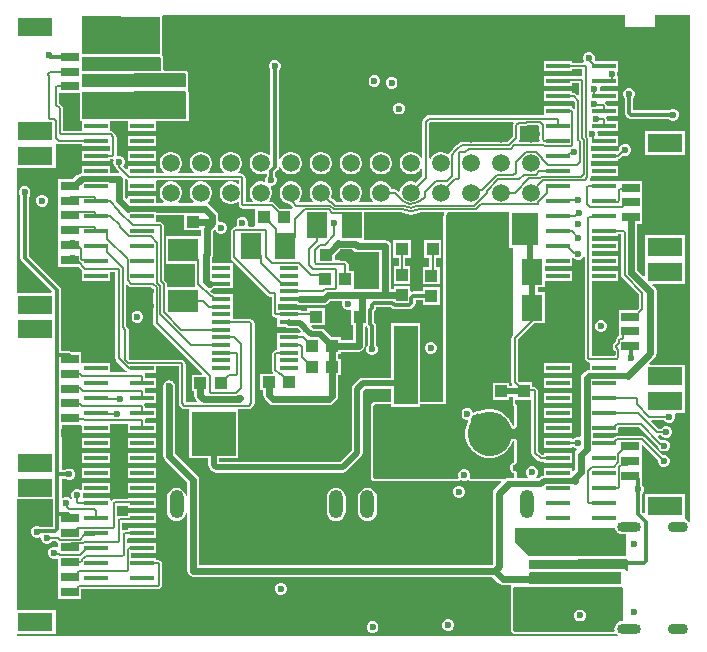
<source format=gtl>
G04*
G04 #@! TF.GenerationSoftware,Altium Limited,Altium Designer,23.6.0 (18)*
G04*
G04 Layer_Physical_Order=1*
G04 Layer_Color=255*
%FSLAX44Y44*%
%MOMM*%
G71*
G04*
G04 #@! TF.SameCoordinates,C0EE57D9-4E2B-4701-80FF-B58ABC17C381*
G04*
G04*
G04 #@! TF.FilePolarity,Positive*
G04*
G01*
G75*
%ADD14C,0.1500*%
%ADD16R,1.0000X1.1000*%
%ADD17R,2.0000X6.7100*%
%ADD18R,1.5000X0.8000*%
%ADD19R,3.0000X1.6000*%
%ADD20R,2.0000X0.4500*%
%ADD21R,1.7900X2.2100*%
%ADD22R,2.2000X2.8000*%
%ADD23R,1.1000X1.0000*%
%ADD24R,2.6000X1.9000*%
%ADD25R,1.1000X1.1000*%
%ADD26R,1.5700X0.4100*%
%ADD45C,0.5000*%
%ADD46C,0.3000*%
%ADD47C,0.6000*%
%ADD48C,3.7160*%
%ADD49R,3.7160X3.7160*%
%ADD50O,1.2000X2.4000*%
%ADD51C,0.6000*%
%ADD52O,2.0000X0.9000*%
%ADD53O,1.7000X0.9000*%
%ADD54C,1.5000*%
G36*
X793000Y926618D02*
X791730Y926187D01*
X791386Y926636D01*
X790028Y927678D01*
X788597Y928270D01*
X788500Y929500D01*
X788500Y929500D01*
X788500Y929500D01*
Y949500D01*
X754500D01*
Y933706D01*
X753327Y933220D01*
X752069Y934478D01*
Y949747D01*
X752989Y950668D01*
X753750Y952505D01*
Y954495D01*
X752989Y956332D01*
X752069Y957253D01*
Y962500D01*
X752000Y962845D01*
Y971000D01*
X752000Y971000D01*
Y971500D01*
X752000D01*
X752000Y972270D01*
Y983500D01*
X752000Y983500D01*
Y984000D01*
X752000D01*
X752000Y984770D01*
Y990780D01*
X753173Y991266D01*
X765779Y978661D01*
X765767Y978632D01*
Y976643D01*
X766528Y974805D01*
X767935Y973399D01*
X769773Y972638D01*
X771762D01*
X773599Y973399D01*
X775006Y974805D01*
X775767Y976643D01*
Y978632D01*
X775006Y980470D01*
X773599Y981877D01*
X771762Y982638D01*
X769773D01*
X769744Y982626D01*
X754137Y998233D01*
X753228Y998840D01*
X752155Y999054D01*
X731500D01*
X730427Y998840D01*
X729517Y998233D01*
X728035Y996750D01*
X710598D01*
Y1000950D01*
X732000D01*
Y1005485D01*
X732461Y1005946D01*
X750021D01*
X765961Y990006D01*
X766017Y989968D01*
Y989643D01*
X766778Y987805D01*
X768185Y986399D01*
X770023Y985638D01*
X772012D01*
X773849Y986399D01*
X775256Y987805D01*
X776017Y989643D01*
Y991632D01*
X775256Y993470D01*
X773849Y994876D01*
X772012Y995638D01*
X770023D01*
X768776Y995121D01*
X765834Y998064D01*
X766359Y999334D01*
X768517D01*
X768528Y999305D01*
X769935Y997899D01*
X771773Y997138D01*
X773762D01*
X775600Y997899D01*
X777006Y999305D01*
X777767Y1001143D01*
Y1003132D01*
X777006Y1004970D01*
X775600Y1006376D01*
X773762Y1007138D01*
X771773D01*
X769935Y1006376D01*
X768528Y1004970D01*
X768517Y1004941D01*
X766274D01*
X760305Y1010910D01*
X760791Y1012084D01*
X771267D01*
X771278Y1012055D01*
X772685Y1010649D01*
X774523Y1009888D01*
X776512D01*
X778350Y1010649D01*
X779756Y1012055D01*
X780517Y1013893D01*
Y1015882D01*
X780166Y1016730D01*
X781015Y1018000D01*
X788500D01*
Y1038000D01*
X788500D01*
Y1039250D01*
X788500D01*
Y1059250D01*
X758869D01*
X758383Y1060423D01*
X763105Y1065145D01*
X764210Y1066799D01*
X764598Y1068750D01*
Y1121093D01*
X764210Y1123044D01*
X763105Y1124698D01*
X761451Y1125803D01*
X761412Y1125811D01*
X760942Y1126506D01*
X761535Y1127750D01*
X788500D01*
Y1147334D01*
X788750Y1148500D01*
X788750Y1148916D01*
Y1168500D01*
X754750D01*
Y1148916D01*
X754500Y1147750D01*
X754500Y1147334D01*
Y1134255D01*
X753327Y1133769D01*
X747848Y1139248D01*
Y1178000D01*
X752250D01*
Y1190000D01*
X752250Y1190000D01*
Y1190500D01*
X752250D01*
X752250Y1191270D01*
Y1202500D01*
X752250D01*
Y1203000D01*
X752250D01*
Y1215000D01*
X733250D01*
Y1214598D01*
X732000Y1214550D01*
Y1214550D01*
X708683D01*
X708279Y1215177D01*
X708098Y1215820D01*
X708587Y1216552D01*
X708800Y1217625D01*
Y1218750D01*
X732000D01*
Y1227250D01*
X708800D01*
Y1231450D01*
X732000D01*
Y1232930D01*
X732903Y1233110D01*
X733812Y1233717D01*
X736532Y1236437D01*
X737255Y1236138D01*
X739245D01*
X741082Y1236899D01*
X742489Y1238305D01*
X743250Y1240143D01*
Y1242132D01*
X742489Y1243970D01*
X741082Y1245377D01*
X739245Y1246138D01*
X737255D01*
X735418Y1245377D01*
X734011Y1243970D01*
X733250Y1242132D01*
Y1241086D01*
X732891Y1240726D01*
X732000Y1239950D01*
Y1239950D01*
X732000Y1239950D01*
X708800D01*
Y1244150D01*
X732000D01*
Y1252650D01*
X715155D01*
X714750Y1253255D01*
Y1255245D01*
X714522Y1255794D01*
X715228Y1256850D01*
X732000D01*
Y1265350D01*
X722804D01*
Y1266121D01*
X722590Y1267194D01*
X721983Y1268104D01*
X721807Y1268280D01*
X722333Y1269550D01*
X732000D01*
Y1278050D01*
X723042D01*
X722840Y1279066D01*
X722233Y1279975D01*
X721354Y1280854D01*
X721165Y1280980D01*
X721551Y1282250D01*
X732000D01*
Y1290750D01*
X717221D01*
X716750Y1291456D01*
Y1293445D01*
X716564Y1293894D01*
X717269Y1294950D01*
X732000D01*
Y1303450D01*
X731971D01*
X731500Y1304155D01*
Y1306145D01*
X731306Y1306612D01*
X732000Y1307650D01*
X732000D01*
Y1316150D01*
X713063D01*
X712215Y1317420D01*
X712250Y1317505D01*
Y1319495D01*
X711489Y1321332D01*
X710082Y1322739D01*
X708245Y1323500D01*
X706255D01*
X704418Y1322739D01*
X703011Y1321332D01*
X702250Y1319495D01*
Y1317505D01*
X702843Y1316074D01*
X702318Y1315011D01*
X702099Y1314804D01*
X693000D01*
Y1316150D01*
X669000D01*
Y1307650D01*
X693000D01*
Y1309196D01*
X701696D01*
Y1304385D01*
X700621Y1303304D01*
X693000D01*
Y1303450D01*
X669000D01*
Y1294950D01*
X693000D01*
Y1297696D01*
X698696D01*
Y1287800D01*
X697523Y1287314D01*
X696354Y1288483D01*
X695444Y1289090D01*
X694371Y1289304D01*
X693000D01*
Y1290750D01*
X669000D01*
Y1282250D01*
X693000D01*
Y1282250D01*
X694270Y1282636D01*
X695696Y1281210D01*
Y1276236D01*
X694426Y1275710D01*
X694354Y1275783D01*
X693444Y1276390D01*
X693000Y1276479D01*
Y1278050D01*
X669000D01*
Y1270304D01*
X571750D01*
X570677Y1270090D01*
X569767Y1269483D01*
X567267Y1266983D01*
X566660Y1266073D01*
X566446Y1265000D01*
Y1234323D01*
X565176Y1233982D01*
X564252Y1235583D01*
X562483Y1237352D01*
X560317Y1238603D01*
X557901Y1239250D01*
X555399D01*
X552983Y1238603D01*
X550817Y1237352D01*
X549048Y1235583D01*
X547797Y1233417D01*
X547150Y1231001D01*
Y1228499D01*
X547797Y1226083D01*
X549048Y1223917D01*
X550817Y1222148D01*
X552983Y1220897D01*
X555399Y1220250D01*
X557901D01*
X560317Y1220897D01*
X562483Y1222148D01*
X564252Y1223917D01*
X565176Y1225518D01*
X566446Y1225178D01*
Y1218511D01*
X561091Y1213156D01*
X560317Y1213603D01*
X557901Y1214250D01*
X555399D01*
X552983Y1213603D01*
X550817Y1212352D01*
X549048Y1210583D01*
X547797Y1208417D01*
X547197Y1206176D01*
X546026Y1205551D01*
X544844Y1206733D01*
X543934Y1207340D01*
X542861Y1207554D01*
X540334D01*
X540103Y1208417D01*
X538852Y1210583D01*
X537083Y1212352D01*
X534917Y1213603D01*
X532501Y1214250D01*
X529999D01*
X527583Y1213603D01*
X525417Y1212352D01*
X523648Y1210583D01*
X522397Y1208417D01*
X521750Y1206001D01*
Y1203499D01*
X522397Y1201083D01*
X523648Y1198917D01*
X524691Y1197874D01*
X524165Y1196604D01*
X512935D01*
X512409Y1197874D01*
X513452Y1198917D01*
X514703Y1201083D01*
X515350Y1203499D01*
Y1206001D01*
X514703Y1208417D01*
X513452Y1210583D01*
X511683Y1212352D01*
X509517Y1213603D01*
X507101Y1214250D01*
X504599D01*
X502183Y1213603D01*
X500017Y1212352D01*
X498248Y1210583D01*
X496997Y1208417D01*
X496350Y1206001D01*
Y1203499D01*
X496997Y1201083D01*
X498248Y1198917D01*
X499291Y1197874D01*
X498765Y1196604D01*
X493679D01*
X491230Y1199053D01*
X490320Y1199661D01*
X489986Y1199727D01*
X489287Y1201056D01*
X489303Y1201083D01*
X489950Y1203499D01*
Y1206001D01*
X489303Y1208417D01*
X488052Y1210583D01*
X486283Y1212352D01*
X484117Y1213603D01*
X481701Y1214250D01*
X479199D01*
X476783Y1213603D01*
X474617Y1212352D01*
X472848Y1210583D01*
X471597Y1208417D01*
X470950Y1206001D01*
Y1203499D01*
X471597Y1201083D01*
X472848Y1198917D01*
X473891Y1197874D01*
X473365Y1196604D01*
X462135D01*
X461609Y1197874D01*
X462652Y1198917D01*
X463903Y1201083D01*
X464550Y1203499D01*
Y1206001D01*
X463903Y1208417D01*
X462652Y1210583D01*
X460883Y1212352D01*
X458717Y1213603D01*
X456301Y1214250D01*
X453799D01*
X451383Y1213603D01*
X449217Y1212352D01*
X447448Y1210583D01*
X446197Y1208417D01*
X445550Y1206001D01*
Y1203499D01*
X446197Y1201083D01*
X447448Y1198917D01*
X449217Y1197148D01*
X451383Y1195897D01*
X453799Y1195250D01*
X454028D01*
X454517Y1194517D01*
X456765Y1192270D01*
X456239Y1191000D01*
X445965D01*
X440983Y1195983D01*
X440073Y1196590D01*
X439000Y1196804D01*
X436935D01*
X436409Y1198074D01*
X437252Y1198917D01*
X438503Y1201083D01*
X439150Y1203499D01*
Y1206001D01*
X438503Y1208417D01*
X437935Y1209400D01*
X438570Y1210500D01*
X439245D01*
X441082Y1211261D01*
X442489Y1212668D01*
X443250Y1214505D01*
Y1216495D01*
X442489Y1218332D01*
X441819Y1219003D01*
Y1222023D01*
X443773Y1223977D01*
X444547Y1225135D01*
X444819Y1226501D01*
X446087Y1226496D01*
X446197Y1226083D01*
X447448Y1223917D01*
X449217Y1222148D01*
X451383Y1220897D01*
X453799Y1220250D01*
X456301D01*
X458717Y1220897D01*
X460883Y1222148D01*
X462652Y1223917D01*
X463903Y1226083D01*
X464550Y1228499D01*
Y1231001D01*
X463903Y1233417D01*
X462652Y1235583D01*
X460883Y1237352D01*
X458717Y1238603D01*
X456301Y1239250D01*
X453799D01*
X451383Y1238603D01*
X449217Y1237352D01*
X447448Y1235583D01*
X446197Y1233417D01*
X446089Y1233011D01*
X444819Y1233178D01*
Y1308497D01*
X445489Y1309168D01*
X446250Y1311005D01*
Y1312995D01*
X445489Y1314832D01*
X444082Y1316239D01*
X442245Y1317000D01*
X440255D01*
X438418Y1316239D01*
X437011Y1314832D01*
X436250Y1312995D01*
Y1311005D01*
X437011Y1309168D01*
X437681Y1308497D01*
Y1236950D01*
X436411Y1236423D01*
X435483Y1237352D01*
X433317Y1238603D01*
X430901Y1239250D01*
X428399D01*
X425983Y1238603D01*
X423817Y1237352D01*
X422048Y1235583D01*
X420797Y1233417D01*
X420150Y1231001D01*
Y1228499D01*
X420797Y1226083D01*
X422048Y1223917D01*
X423817Y1222148D01*
X425983Y1220897D01*
X428399Y1220250D01*
X430901D01*
X433317Y1220897D01*
X433582Y1221050D01*
X434681Y1220415D01*
Y1219003D01*
X434011Y1218332D01*
X433250Y1216495D01*
Y1214935D01*
X432413Y1214076D01*
X432116Y1213924D01*
X430901Y1214250D01*
X428399D01*
X425983Y1213603D01*
X423817Y1212352D01*
X422048Y1210583D01*
X420797Y1208417D01*
X420150Y1206001D01*
Y1203499D01*
X420797Y1201083D01*
X422048Y1198917D01*
X422891Y1198074D01*
X422365Y1196804D01*
X416804D01*
Y1216871D01*
X416590Y1217944D01*
X415983Y1218854D01*
X414509Y1220327D01*
X413600Y1220935D01*
X412527Y1221149D01*
X410736D01*
X410354Y1222419D01*
X411852Y1223917D01*
X413103Y1226083D01*
X413750Y1228499D01*
Y1231001D01*
X413103Y1233417D01*
X411852Y1235583D01*
X410083Y1237352D01*
X407917Y1238603D01*
X405501Y1239250D01*
X402999D01*
X400583Y1238603D01*
X398417Y1237352D01*
X396648Y1235583D01*
X395397Y1233417D01*
X394750Y1231001D01*
Y1228499D01*
X395397Y1226083D01*
X396648Y1223917D01*
X398147Y1222419D01*
X397764Y1221149D01*
X385336D01*
X384953Y1222419D01*
X386452Y1223917D01*
X387703Y1226083D01*
X388350Y1228499D01*
Y1231001D01*
X387703Y1233417D01*
X386452Y1235583D01*
X384683Y1237352D01*
X382517Y1238603D01*
X380101Y1239250D01*
X377599D01*
X375183Y1238603D01*
X373017Y1237352D01*
X371248Y1235583D01*
X369997Y1233417D01*
X369350Y1231001D01*
Y1228499D01*
X369997Y1226083D01*
X371248Y1223917D01*
X372747Y1222419D01*
X372364Y1221149D01*
X359936D01*
X359553Y1222419D01*
X361052Y1223917D01*
X362303Y1226083D01*
X362950Y1228499D01*
Y1231001D01*
X362303Y1233417D01*
X361052Y1235583D01*
X359283Y1237352D01*
X357117Y1238603D01*
X354701Y1239250D01*
X352199D01*
X349783Y1238603D01*
X347617Y1237352D01*
X345848Y1235583D01*
X344597Y1233417D01*
X343950Y1231001D01*
Y1228499D01*
X344597Y1226083D01*
X345848Y1223917D01*
X347346Y1222419D01*
X346964Y1221149D01*
X341000D01*
Y1227250D01*
X317000D01*
Y1225193D01*
X315827Y1224707D01*
X313302Y1227231D01*
X313989Y1227918D01*
X314750Y1229755D01*
Y1231745D01*
X313989Y1233582D01*
X312582Y1234989D01*
X310745Y1235750D01*
X308755D01*
X308612Y1235691D01*
X307499Y1236604D01*
X307554Y1236879D01*
Y1252000D01*
X307340Y1253073D01*
X306733Y1253983D01*
X304733Y1255983D01*
X303823Y1256590D01*
X303213Y1256712D01*
X302750Y1256804D01*
X302749Y1256804D01*
X302000Y1256850D01*
Y1265211D01*
X317000D01*
Y1256850D01*
X341000D01*
Y1265211D01*
X366500D01*
X367280Y1265366D01*
X367942Y1265808D01*
X368384Y1266470D01*
X368539Y1267250D01*
Y1289582D01*
X368539Y1289585D01*
X368539Y1289588D01*
X368461Y1289977D01*
X368384Y1290363D01*
X368382Y1290365D01*
X368382Y1290367D01*
X368162Y1290695D01*
X367942Y1291024D01*
X367940Y1291026D01*
X367938Y1291028D01*
X367608Y1291357D01*
X367692Y1292808D01*
X368134Y1293470D01*
X368289Y1294250D01*
Y1305098D01*
X368288Y1305102D01*
X368289Y1305107D01*
X368210Y1305496D01*
X368134Y1305878D01*
X368131Y1305882D01*
X368131Y1305886D01*
X367911Y1306212D01*
X367692Y1306540D01*
X367688Y1306543D01*
X367686Y1306546D01*
X366784Y1307440D01*
X366780Y1307443D01*
X366778Y1307446D01*
X366446Y1307664D01*
X366121Y1307880D01*
X366116Y1307880D01*
X366113Y1307883D01*
X365727Y1307956D01*
X365340Y1308031D01*
X365335Y1308031D01*
X365331Y1308031D01*
X348153Y1307886D01*
X348102Y1307903D01*
X347735Y1308129D01*
X347039Y1309147D01*
Y1318850D01*
X347039Y1318852D01*
X347039Y1318854D01*
X346960Y1319249D01*
X346884Y1319631D01*
X346883Y1319632D01*
X346883Y1319634D01*
X346664Y1319960D01*
X346442Y1320292D01*
X346440Y1320293D01*
X346439Y1320295D01*
X345916Y1320816D01*
X345884Y1321073D01*
X346039Y1321854D01*
Y1353500D01*
X345993Y1353730D01*
X346075Y1354027D01*
X346680Y1354828D01*
X346931Y1355000D01*
X738000D01*
Y1345000D01*
X763000D01*
Y1355000D01*
X793000D01*
Y926618D01*
D02*
G37*
G36*
X344000Y1353500D02*
Y1321854D01*
X343750Y1321750D01*
X279134D01*
X278000Y1322884D01*
Y1352966D01*
X278019Y1353250D01*
X278432Y1354231D01*
X344000Y1353500D01*
D02*
G37*
G36*
X344477Y1319371D02*
X345000Y1318850D01*
Y1308796D01*
X344000Y1308000D01*
X278000D01*
Y1319500D01*
X334503Y1319711D01*
X343750D01*
X344477Y1319371D01*
D02*
G37*
G36*
X366250Y1305098D02*
Y1294250D01*
X366000Y1294000D01*
X278250D01*
Y1304750D01*
X278457Y1305256D01*
X365348Y1305992D01*
X366250Y1305098D01*
D02*
G37*
G36*
X366500Y1289582D02*
Y1267250D01*
X278604D01*
X278500Y1267500D01*
Y1290250D01*
X365331Y1290745D01*
X366500Y1289582D01*
D02*
G37*
G36*
X276461Y1267500D02*
X276616Y1266720D01*
X276616Y1266720D01*
X276720Y1266470D01*
X276886Y1266220D01*
X277162Y1265808D01*
X277823Y1265366D01*
X278000Y1265331D01*
Y1256850D01*
X276749Y1256804D01*
X262054D01*
Y1276068D01*
X261840Y1277141D01*
X261233Y1278051D01*
X258925Y1280358D01*
Y1288750D01*
X276461D01*
Y1267500D01*
D02*
G37*
G36*
X665446Y1260839D02*
Y1250000D01*
X665587Y1249292D01*
X664853Y1248022D01*
X660300D01*
X659722Y1247907D01*
X659700Y1248009D01*
X658250Y1247818D01*
X656800Y1248009D01*
X656778Y1247907D01*
X656200Y1248022D01*
X648397D01*
X648100Y1248737D01*
X647999Y1249292D01*
X648590Y1250177D01*
X648804Y1251250D01*
Y1260839D01*
X649161Y1261196D01*
X653711D01*
X654784Y1261410D01*
X655213Y1261696D01*
X664589D01*
X665446Y1260839D01*
D02*
G37*
G36*
X643645Y1263426D02*
X643410Y1263073D01*
X643196Y1262000D01*
Y1252411D01*
X638589Y1247804D01*
X599500D01*
X598427Y1247590D01*
X597517Y1246983D01*
X596037Y1245502D01*
X595469Y1245169D01*
X595201Y1244931D01*
X594903Y1244733D01*
X592267Y1242097D01*
X592149Y1241920D01*
X591992Y1241776D01*
X589242Y1238041D01*
X589162Y1237869D01*
X588248Y1237477D01*
X587626Y1237501D01*
X587624Y1237502D01*
X585717Y1238603D01*
X583301Y1239250D01*
X580799D01*
X578383Y1238603D01*
X576217Y1237352D01*
X574448Y1235583D01*
X573324Y1233636D01*
X572478Y1233692D01*
X572054Y1233854D01*
Y1263839D01*
X572911Y1264696D01*
X642973D01*
X643645Y1263426D01*
D02*
G37*
G36*
X257527Y1245810D02*
X258600Y1245596D01*
X278000D01*
Y1244150D01*
X301946D01*
Y1239950D01*
X278000D01*
Y1231450D01*
X302000D01*
Y1233196D01*
X303871D01*
X303986Y1233219D01*
X304900Y1232106D01*
X304750Y1231745D01*
Y1229755D01*
X305511Y1227918D01*
X306918Y1226511D01*
X307015Y1226471D01*
X307160Y1225745D01*
X307767Y1224835D01*
X309774Y1222829D01*
X309244Y1221740D01*
X309159Y1221648D01*
X302767D01*
X302264Y1221748D01*
X302000Y1221965D01*
Y1227250D01*
X278000D01*
Y1221070D01*
X276587Y1220789D01*
X275931Y1220350D01*
X274489Y1220063D01*
X274028Y1219755D01*
X273799Y1219710D01*
X272145Y1218605D01*
X270040Y1216500D01*
X258250D01*
Y1204500D01*
X258250D01*
Y1204000D01*
X258250D01*
Y1192000D01*
X258250D01*
Y1191500D01*
X258250D01*
Y1179500D01*
X258250D01*
Y1179000D01*
X258250D01*
Y1167000D01*
X258250D01*
Y1166500D01*
X258250D01*
Y1154500D01*
X258250D01*
Y1154000D01*
X258250D01*
Y1142000D01*
X275285D01*
X277763Y1139522D01*
X278000Y1138350D01*
X278000Y1138350D01*
X278000Y1138350D01*
Y1129850D01*
X302000D01*
Y1137696D01*
X306446D01*
Y1064379D01*
X306660Y1063306D01*
X307267Y1062396D01*
X315646Y1054017D01*
X315936Y1053824D01*
X315550Y1052554D01*
X302000D01*
Y1060250D01*
X278000D01*
X277250Y1061209D01*
Y1069750D01*
X268938D01*
X268108Y1070304D01*
X266743Y1070576D01*
X260319D01*
Y1122243D01*
X260047Y1123608D01*
X259273Y1124766D01*
X233069Y1150971D01*
Y1201497D01*
X233739Y1202168D01*
X234500Y1204005D01*
Y1205995D01*
X233739Y1207832D01*
X232332Y1209239D01*
X230495Y1210000D01*
X228505D01*
X226668Y1209239D01*
X225261Y1207832D01*
X224500Y1205995D01*
Y1204005D01*
X225261Y1202168D01*
X225931Y1201497D01*
Y1149493D01*
X226203Y1148127D01*
X226977Y1146969D01*
X252676Y1121270D01*
X252150Y1120000D01*
X223000D01*
Y1226000D01*
X255750D01*
Y1245507D01*
X255929Y1245694D01*
X256935Y1246205D01*
X257527Y1245810D01*
D02*
G37*
G36*
X316241Y1216362D02*
X317052Y1215820D01*
X317102Y1215364D01*
X317000Y1214550D01*
X317000Y1214489D01*
Y1206050D01*
X341000D01*
Y1214271D01*
X341000Y1214550D01*
X341674Y1215541D01*
X411196D01*
Y1212829D01*
X409926Y1212442D01*
X407917Y1213603D01*
X405501Y1214250D01*
X402999D01*
X400583Y1213603D01*
X398417Y1212352D01*
X396648Y1210583D01*
X395397Y1208417D01*
X394750Y1206001D01*
Y1203499D01*
X395397Y1201083D01*
X396648Y1198917D01*
X398417Y1197148D01*
X400583Y1195897D01*
X402999Y1195250D01*
X405501D01*
X407917Y1195897D01*
X409926Y1197057D01*
X411196Y1196671D01*
Y1194879D01*
X411410Y1193806D01*
X412017Y1192896D01*
X412896Y1192017D01*
X413806Y1191410D01*
X414879Y1191196D01*
X423811D01*
X425000Y1191000D01*
Y1177000D01*
X424218Y1176054D01*
X419463D01*
X418614Y1177324D01*
X419000Y1178255D01*
Y1180245D01*
X418239Y1182082D01*
X416832Y1183489D01*
X414995Y1184250D01*
X413005D01*
X411168Y1183489D01*
X409761Y1182082D01*
X409000Y1180245D01*
Y1178255D01*
X409386Y1177324D01*
X408537Y1176054D01*
X408129D01*
X407056Y1175840D01*
X406146Y1175233D01*
X405267Y1174354D01*
X404660Y1173444D01*
X404446Y1172371D01*
Y1149968D01*
X404660Y1148895D01*
X405267Y1147985D01*
X435735Y1117517D01*
X436645Y1116910D01*
X437718Y1116696D01*
X438696D01*
Y1102629D01*
X438910Y1101556D01*
X439517Y1100646D01*
X440396Y1099767D01*
X441306Y1099160D01*
X442379Y1098946D01*
X443480D01*
Y1091200D01*
X451068D01*
X452024Y1090561D01*
X453780Y1090212D01*
X460936D01*
X463066Y1088082D01*
X463140Y1087708D01*
X463253Y1087540D01*
X462554Y1086300D01*
X443480D01*
Y1078200D01*
Y1071804D01*
X442379D01*
X441306Y1071590D01*
X440396Y1070983D01*
X439517Y1070104D01*
X438910Y1069194D01*
X438696Y1068121D01*
Y1054998D01*
X438910Y1053925D01*
X439517Y1053015D01*
X440109Y1052423D01*
X439623Y1051250D01*
X429250D01*
Y1037250D01*
X431652D01*
Y1033549D01*
X432040Y1031598D01*
X433145Y1029944D01*
X436660Y1026429D01*
X438314Y1025324D01*
X440265Y1024936D01*
X487178D01*
X487670Y1025034D01*
X488172D01*
X488636Y1025226D01*
X489128Y1025324D01*
X489546Y1025603D01*
X490010Y1025795D01*
X490365Y1026150D01*
X490782Y1026429D01*
X493605Y1029252D01*
X494710Y1030906D01*
X495098Y1032857D01*
Y1050000D01*
X497500D01*
Y1064000D01*
X495098D01*
Y1068250D01*
X497500D01*
Y1070152D01*
X512500D01*
X514451Y1070540D01*
X516105Y1071645D01*
X517210Y1073299D01*
X517598Y1075250D01*
Y1086931D01*
X517984Y1088871D01*
Y1091056D01*
X519254Y1091441D01*
X519727Y1090734D01*
X520181Y1090279D01*
Y1075502D01*
X519511Y1074832D01*
X518750Y1072995D01*
Y1071005D01*
X519511Y1069168D01*
X520918Y1067761D01*
X522755Y1067000D01*
X524745D01*
X526582Y1067761D01*
X527989Y1069168D01*
X528750Y1071005D01*
Y1072995D01*
X527989Y1074832D01*
X527319Y1075502D01*
Y1091757D01*
X527047Y1093123D01*
X526273Y1094281D01*
X526273Y1094281D01*
X525819Y1094735D01*
Y1104265D01*
X526273Y1104719D01*
X527047Y1105877D01*
X527319Y1107243D01*
Y1107689D01*
X539522D01*
X540234Y1106977D01*
X541392Y1106203D01*
X542757Y1105931D01*
X555243D01*
X556608Y1106203D01*
X557766Y1106977D01*
X559523Y1108734D01*
X560297Y1109892D01*
X560569Y1111257D01*
Y1113931D01*
X567000D01*
Y1110000D01*
X581000D01*
Y1125000D01*
X567000D01*
Y1121069D01*
X558757D01*
X557392Y1120797D01*
X557270Y1120716D01*
X556000Y1121394D01*
Y1125500D01*
X542000D01*
Y1123098D01*
X540098D01*
Y1159321D01*
X539710Y1161272D01*
X538605Y1162926D01*
X536951Y1164031D01*
X535000Y1164419D01*
X518557D01*
X517300Y1164450D01*
Y1187996D01*
X548749D01*
X549536Y1187576D01*
X553023Y1186518D01*
X556650Y1186161D01*
X560277Y1186518D01*
X563764Y1187576D01*
X564551Y1187996D01*
X584327D01*
X584542Y1187738D01*
X584808Y1186388D01*
X584366Y1185726D01*
X584211Y1184946D01*
Y1027539D01*
X564140D01*
Y1094800D01*
X540140D01*
Y1048088D01*
X516250D01*
X514494Y1047739D01*
X513006Y1046744D01*
X508006Y1041744D01*
X507011Y1040256D01*
X506662Y1038500D01*
Y986650D01*
X496850Y976838D01*
X394338D01*
Y980170D01*
X410330D01*
Y1021330D01*
X411448Y1021696D01*
X419621D01*
X420694Y1021910D01*
X421604Y1022517D01*
X423483Y1024396D01*
X424090Y1025306D01*
X424304Y1026379D01*
Y1093871D01*
X424090Y1094944D01*
X423483Y1095854D01*
X422104Y1097233D01*
X421194Y1097840D01*
X420121Y1098054D01*
X405680D01*
Y1110700D01*
Y1118800D01*
X389945D01*
X389813Y1118933D01*
X388903Y1119540D01*
X388304Y1119660D01*
X386601Y1121362D01*
X387019Y1122740D01*
X388274Y1122990D01*
X389337Y1123700D01*
X405680D01*
Y1130200D01*
Y1136700D01*
Y1144800D01*
X388578D01*
Y1150404D01*
X388690Y1150572D01*
X389078Y1152523D01*
Y1172098D01*
X390011Y1173031D01*
X391256Y1172783D01*
X391511Y1172168D01*
X392918Y1170761D01*
X394755Y1170000D01*
X396745D01*
X398582Y1170761D01*
X399989Y1172168D01*
X400750Y1174005D01*
Y1175995D01*
X399989Y1177832D01*
X398582Y1179239D01*
X396745Y1180000D01*
X394755D01*
X394718Y1179984D01*
X393662Y1180690D01*
Y1185000D01*
X393274Y1186951D01*
X392169Y1188605D01*
X386018Y1194755D01*
X384655Y1195666D01*
X384483Y1197033D01*
X384683Y1197148D01*
X386452Y1198917D01*
X387703Y1201083D01*
X388350Y1203499D01*
Y1206001D01*
X387703Y1208417D01*
X386452Y1210583D01*
X384683Y1212352D01*
X382517Y1213603D01*
X380101Y1214250D01*
X377599D01*
X375183Y1213603D01*
X373017Y1212352D01*
X371248Y1210583D01*
X369997Y1208417D01*
X369350Y1206001D01*
Y1203499D01*
X369997Y1201083D01*
X371248Y1198917D01*
X372647Y1197518D01*
X372124Y1196248D01*
X360176D01*
X359653Y1197518D01*
X361052Y1198917D01*
X362303Y1201083D01*
X362950Y1203499D01*
Y1206001D01*
X362303Y1208417D01*
X361052Y1210583D01*
X359283Y1212352D01*
X357117Y1213603D01*
X354701Y1214250D01*
X352199D01*
X349783Y1213603D01*
X347617Y1212352D01*
X345848Y1210583D01*
X344597Y1208417D01*
X343950Y1206001D01*
Y1203499D01*
X344597Y1201083D01*
X345848Y1198917D01*
X347247Y1197518D01*
X346724Y1196248D01*
X341767D01*
X341264Y1196348D01*
X341000Y1196565D01*
Y1201850D01*
X317000D01*
Y1199855D01*
X315827Y1199369D01*
X314348Y1200848D01*
Y1216459D01*
X314440Y1216544D01*
X315529Y1217074D01*
X316241Y1216362D01*
D02*
G37*
G36*
X703946Y1150367D02*
Y1064879D01*
X704160Y1063806D01*
X704767Y1062896D01*
X705646Y1062017D01*
X706556Y1061410D01*
X707351Y1061251D01*
X708000Y1060250D01*
Y1054965D01*
X707736Y1054748D01*
X705785Y1054360D01*
X704131Y1053255D01*
X701895Y1051019D01*
X700790Y1049365D01*
X700402Y1047414D01*
Y998560D01*
X699346Y997854D01*
X698995Y998000D01*
X697005D01*
X695168Y997239D01*
X694270Y996341D01*
X693000Y996750D01*
Y996750D01*
X669000D01*
Y988250D01*
X693000D01*
Y989133D01*
X694270Y989659D01*
X695168Y988761D01*
X696533Y988196D01*
X696961Y986827D01*
X696754Y986620D01*
X695649Y984966D01*
X695261Y983015D01*
Y969956D01*
X694173Y968869D01*
X693000Y969355D01*
Y971350D01*
X669000D01*
Y965170D01*
X667587Y964889D01*
X666099Y963894D01*
X665043Y962838D01*
X662900D01*
X662374Y964108D01*
X663371Y965106D01*
X664133Y966943D01*
Y968933D01*
X663371Y970770D01*
X661965Y972177D01*
X660127Y972938D01*
X658138D01*
X656300Y972177D01*
X654894Y970770D01*
X654133Y968933D01*
Y966943D01*
X654894Y965106D01*
X655891Y964108D01*
X655365Y962838D01*
X646289D01*
Y967009D01*
X646250Y967206D01*
X646250Y967406D01*
X646231Y967453D01*
X646228Y967503D01*
X646228Y967503D01*
X646163Y967640D01*
X646134Y967789D01*
X646123Y967806D01*
X646123Y967806D01*
X646066Y967944D01*
X646066Y967944D01*
X645965Y968094D01*
X645946Y968141D01*
X645935Y968158D01*
X645905Y968188D01*
X645888Y968223D01*
X645865Y968244D01*
X645791Y968355D01*
X645772Y968402D01*
X645760Y968419D01*
X645724Y968455D01*
X645624Y968605D01*
X645623Y968605D01*
X645518Y968711D01*
X645507Y968728D01*
X645340Y968839D01*
X645198Y968981D01*
X645012Y969058D01*
X644845Y969170D01*
X644659Y969247D01*
X644659Y969247D01*
X644073Y969490D01*
X643240Y970323D01*
X642789Y971411D01*
Y972589D01*
X643240Y973677D01*
X644073Y974510D01*
X644845Y974830D01*
X645012Y974942D01*
X645198Y975019D01*
X645289Y975110D01*
X645401Y975173D01*
X645446Y975231D01*
X645506Y975272D01*
X645518Y975289D01*
X645518Y975289D01*
X645623Y975394D01*
X645724Y975545D01*
X645760Y975582D01*
X645772Y975598D01*
X645791Y975645D01*
X645899Y975807D01*
X645935Y975843D01*
X645946Y975860D01*
X645966Y975907D01*
X646066Y976056D01*
X646066Y976056D01*
X646123Y976194D01*
X646123Y976195D01*
X646134Y976211D01*
X646148Y976283D01*
X646184Y976347D01*
X646184Y976347D01*
X646201Y976475D01*
X646250Y976595D01*
X646250Y976795D01*
X646289Y976992D01*
Y994325D01*
X646270Y994421D01*
X646273Y994434D01*
X646260Y994497D01*
X646266Y994630D01*
X646250Y994739D01*
X646166Y994972D01*
X646118Y995215D01*
X646032Y995343D01*
X645980Y995487D01*
X645813Y995670D01*
X645676Y995876D01*
X645548Y995962D01*
X645444Y996076D01*
X645235Y996174D01*
X645118Y996267D01*
X645070Y996281D01*
X645014Y996318D01*
X644960Y996341D01*
X644820Y996369D01*
X644724Y996414D01*
X644591Y996420D01*
X644354Y996489D01*
X643137Y996593D01*
X643049Y996583D01*
X642962Y996601D01*
X642656Y996540D01*
X642346Y996505D01*
X642269Y996463D01*
X642182Y996445D01*
X641922Y996272D01*
X641649Y996122D01*
X641594Y996052D01*
X641520Y996003D01*
X641347Y995744D01*
X641152Y995500D01*
X641127Y995415D01*
X641078Y995342D01*
X639681Y991968D01*
X637651Y988931D01*
X635069Y986348D01*
X635069Y986348D01*
X632033Y984319D01*
X628658Y982922D01*
X625076Y982209D01*
X621424D01*
X617842Y982922D01*
X614468Y984319D01*
X611431Y986348D01*
X608848Y988931D01*
X608848Y988931D01*
X606819Y991967D01*
X605422Y995342D01*
X604709Y998924D01*
Y1002576D01*
X605422Y1006158D01*
X606819Y1009532D01*
X607199Y1010101D01*
X607315Y1010380D01*
X607457Y1010647D01*
X607466Y1010745D01*
X607504Y1010836D01*
Y1011138D01*
X607533Y1011439D01*
X607504Y1011533D01*
Y1011632D01*
X607388Y1011911D01*
X607299Y1012200D01*
X607171Y1012439D01*
X607100Y1012610D01*
X607332Y1013261D01*
X608739Y1014668D01*
X609500Y1016505D01*
X610673Y1016697D01*
X610940Y1016750D01*
X611211Y1016769D01*
X611327Y1016827D01*
X611454Y1016852D01*
X611680Y1017003D01*
X611923Y1017125D01*
X612008Y1017222D01*
X612115Y1017294D01*
X612989Y1018168D01*
X612989Y1018168D01*
X613927Y1017772D01*
X613977Y1017762D01*
X614020Y1017736D01*
X614036Y1017730D01*
X614188Y1017706D01*
X614213Y1017697D01*
X614259Y1017690D01*
X614422Y1017630D01*
X614574Y1017607D01*
X614705Y1017612D01*
X614707Y1017612D01*
X614710Y1017613D01*
X614714Y1017613D01*
X614914Y1017573D01*
X614919D01*
X614927Y1017574D01*
X614931Y1017574D01*
X614965Y1017580D01*
X614999Y1017575D01*
X615002Y1017575D01*
X615005Y1017575D01*
X615018Y1017575D01*
X615215Y1017623D01*
X615354Y1017623D01*
X615506Y1017653D01*
X615666Y1017720D01*
X615712Y1017729D01*
X615737Y1017739D01*
X615888Y1017769D01*
X615918Y1017782D01*
X615953Y1017805D01*
X615993Y1017814D01*
X616038Y1017835D01*
X616056Y1017839D01*
X617842Y1018578D01*
X621424Y1019291D01*
X625076D01*
X628658Y1018578D01*
X632032Y1017181D01*
X635069Y1015152D01*
X637651Y1012569D01*
X637652Y1012569D01*
X638946Y1010631D01*
X638946Y1010631D01*
X639681Y1009532D01*
X641078Y1006158D01*
X641098Y1006128D01*
X641101Y1006116D01*
X641101Y1006115D01*
X641113Y1006098D01*
X641127Y1006063D01*
X641135Y1006052D01*
X641135Y1006051D01*
X641214Y1005934D01*
X641267Y1005806D01*
X641279Y1005787D01*
X641279Y1005787D01*
X641280Y1005786D01*
X641300Y1005734D01*
X641308Y1005723D01*
X641458Y1005568D01*
X641577Y1005390D01*
X641732Y1005286D01*
X641863Y1005152D01*
X642060Y1005067D01*
X642239Y1004948D01*
X642422Y1004911D01*
X642593Y1004837D01*
X642808Y1004834D01*
X643019Y1004792D01*
X643033D01*
X643215Y1004829D01*
X643319Y1004827D01*
X643402Y1004826D01*
X644586Y1005044D01*
X644678Y1005080D01*
X644723Y1005082D01*
X644827Y1005131D01*
X644999Y1005166D01*
X645009Y1005170D01*
X645162Y1005272D01*
X645326Y1005337D01*
X645382Y1005391D01*
X645443Y1005420D01*
X645536Y1005522D01*
X645669Y1005611D01*
X645673Y1005615D01*
X645786Y1005784D01*
X645897Y1005892D01*
X645918Y1005941D01*
X645979Y1006008D01*
X646030Y1006149D01*
X646115Y1006276D01*
X646115Y1006276D01*
X646117Y1006282D01*
X646162Y1006506D01*
X646212Y1006622D01*
X646212Y1006654D01*
X646249Y1006757D01*
X646266Y1006868D01*
X646260Y1007001D01*
X646272Y1007062D01*
X646270Y1007075D01*
X646289Y1007174D01*
Y1024049D01*
X646250Y1024247D01*
X646250Y1024448D01*
X646191Y1024589D01*
X646180Y1024648D01*
X646161Y1024692D01*
X646134Y1024829D01*
X646123Y1024846D01*
X646123Y1024846D01*
X646079Y1024952D01*
X646064Y1025030D01*
X646023Y1025091D01*
X646003Y1025162D01*
X645924Y1025264D01*
X645875Y1025383D01*
X645733Y1025525D01*
X645621Y1025692D01*
X645561Y1025733D01*
X645516Y1025790D01*
X645403Y1025854D01*
X645312Y1025946D01*
X645127Y1026022D01*
X645039Y1026081D01*
Y1029250D01*
X658696D01*
Y984750D01*
X658910Y983677D01*
X659517Y982767D01*
X664467Y977817D01*
X665377Y977210D01*
X666450Y976996D01*
X669000D01*
Y975550D01*
X693000D01*
Y984050D01*
X669000D01*
Y982604D01*
X667611D01*
X664304Y985911D01*
Y1036871D01*
X664090Y1037944D01*
X663483Y1038854D01*
X662604Y1039733D01*
X661694Y1040340D01*
X660621Y1040554D01*
X659000D01*
Y1044250D01*
X648465D01*
X647304Y1045411D01*
Y1080489D01*
X661015Y1094200D01*
X669950D01*
Y1120300D01*
X664088D01*
Y1124950D01*
X669800D01*
Y1129850D01*
X693000D01*
Y1138350D01*
X669800D01*
Y1142550D01*
X693000D01*
Y1149520D01*
X693066Y1149562D01*
X694270Y1149909D01*
X695418Y1148761D01*
X697255Y1148000D01*
X699245D01*
X701082Y1148761D01*
X702489Y1150168D01*
X702676Y1150620D01*
X703946Y1150367D01*
D02*
G37*
G36*
X364500Y1172750D02*
X378882D01*
Y1167750D01*
X349000D01*
Y1144750D01*
X373446D01*
Y1127748D01*
X373660Y1126675D01*
X374097Y1126020D01*
X373675Y1124750D01*
X350054D01*
Y1127067D01*
X349840Y1128140D01*
X349233Y1129050D01*
X347554Y1130729D01*
Y1176121D01*
X347340Y1177194D01*
X346733Y1178104D01*
X345854Y1178983D01*
X344944Y1179590D01*
X343871Y1179804D01*
X341920D01*
X341000Y1180650D01*
Y1185753D01*
X341364Y1186052D01*
X364500D01*
Y1172750D01*
D02*
G37*
G36*
X507938Y1155716D02*
X509592Y1154611D01*
X511543Y1154223D01*
X529902D01*
Y1123098D01*
X509035D01*
X508750Y1124250D01*
X508750D01*
Y1138250D01*
X504054D01*
Y1143500D01*
X503840Y1144573D01*
X503233Y1145483D01*
X502108Y1146608D01*
X501198Y1147215D01*
X500125Y1147429D01*
X492500D01*
Y1151790D01*
X495605Y1154895D01*
X496612Y1156402D01*
X507252D01*
X507938Y1155716D01*
D02*
G37*
G36*
X498646Y1111846D02*
X498500Y1111495D01*
Y1109505D01*
X499261Y1107668D01*
X500668Y1106261D01*
X502505Y1105500D01*
X504495D01*
X505194Y1105790D01*
X506250Y1105084D01*
Y1092500D01*
X507788D01*
Y1090426D01*
X507402Y1088485D01*
Y1080348D01*
X497500D01*
Y1082250D01*
X489710D01*
X487338Y1084622D01*
X486605Y1085719D01*
X484469Y1087855D01*
X482815Y1088960D01*
X480864Y1089348D01*
X480725Y1089320D01*
X474011D01*
X471852Y1091480D01*
X471937Y1091961D01*
X472537Y1092750D01*
X483750D01*
Y1106750D01*
X468750D01*
Y1104554D01*
X463180D01*
Y1105800D01*
X444304D01*
Y1110700D01*
X460155D01*
X461143Y1110040D01*
X463094Y1109652D01*
X464350Y1109902D01*
X483250D01*
X485201Y1110290D01*
X486855Y1111395D01*
X488362Y1112902D01*
X497940D01*
X498646Y1111846D01*
D02*
G37*
G36*
X734696Y1134961D02*
X734910Y1133888D01*
X735517Y1132979D01*
X749446Y1119050D01*
Y1107161D01*
X748035Y1105750D01*
X733000D01*
Y1093750D01*
X733000D01*
Y1093250D01*
X733000D01*
Y1083591D01*
X732995Y1083590D01*
X732085Y1082983D01*
X730767Y1081665D01*
X730160Y1080755D01*
X729946Y1079682D01*
Y1078661D01*
X728330Y1077045D01*
X727722Y1076135D01*
X727508Y1075062D01*
Y1073820D01*
X727722Y1072747D01*
X728330Y1071837D01*
X729446Y1070721D01*
Y1066804D01*
X709554D01*
Y1129850D01*
X732000D01*
Y1138350D01*
X709554D01*
Y1142550D01*
X732000D01*
Y1151050D01*
X709554D01*
Y1155250D01*
X732000D01*
Y1163750D01*
X709554D01*
Y1167950D01*
X732000D01*
Y1169446D01*
X734696D01*
Y1134961D01*
D02*
G37*
G36*
X640000Y1158000D02*
X643000D01*
Y1084115D01*
X642517Y1083633D01*
X641910Y1082723D01*
X641696Y1081650D01*
Y1044250D01*
X641910Y1043177D01*
X642290Y1042608D01*
X641900Y1041606D01*
X641650Y1041338D01*
X640000D01*
Y1044000D01*
X626000D01*
Y1029000D01*
X640000D01*
Y1032162D01*
X643000D01*
Y1024250D01*
X644180D01*
X644180Y1024250D01*
X644180Y1024250D01*
X644195Y1024171D01*
X644239Y1024066D01*
X644250Y1024049D01*
X644250Y1024049D01*
Y1023849D01*
X644250Y1023848D01*
Y1008313D01*
X644218Y1007049D01*
X643048Y1006834D01*
X643024D01*
X643016Y1006855D01*
X643016Y1006855D01*
X642999Y1006874D01*
X642997Y1006878D01*
X642984Y1006898D01*
X642975Y1006919D01*
X642963Y1006938D01*
X642962Y1006938D01*
X641488Y1010498D01*
X640642Y1011764D01*
X640642Y1011764D01*
X639347Y1013702D01*
X639347Y1013702D01*
X639235Y1013869D01*
X636511Y1016593D01*
X636511Y1016593D01*
X636369Y1016736D01*
X632998Y1018988D01*
X629253Y1020539D01*
X625277Y1021330D01*
X621223D01*
X617247Y1020539D01*
X615269Y1019720D01*
X615268Y1019720D01*
X615194Y1019689D01*
X615183Y1019686D01*
X615142Y1019667D01*
X615108Y1019653D01*
X614958Y1019623D01*
X614933Y1019613D01*
X614922Y1019613D01*
X614912D01*
X614887Y1019622D01*
X614735Y1019645D01*
X614719Y1019651D01*
X613781Y1020047D01*
X613774Y1020048D01*
X613769Y1020052D01*
X613573Y1020091D01*
X613389Y1020167D01*
X613389Y1020167D01*
X613193Y1020167D01*
X613002Y1020207D01*
X612995Y1020206D01*
X612989Y1020207D01*
X612793Y1020168D01*
X612593Y1020168D01*
X612412Y1020093D01*
X612220Y1020056D01*
X612215Y1020053D01*
X612208Y1020052D01*
X612042Y1019941D01*
X611858Y1019864D01*
X611719Y1019726D01*
X611556Y1019619D01*
X611552Y1019613D01*
X611547Y1019610D01*
X610751Y1018814D01*
X610669Y1018750D01*
X610542D01*
X610310Y1018704D01*
X609470Y1018567D01*
X608739Y1020332D01*
X607332Y1021739D01*
X605495Y1022500D01*
X603505D01*
X601668Y1021739D01*
X600261Y1020332D01*
X599500Y1018495D01*
Y1016505D01*
X600261Y1014668D01*
X601668Y1013261D01*
X603505Y1012500D01*
X605066D01*
X605148Y1012173D01*
X605215Y1011835D01*
X605285Y1011663D01*
X605344Y1011575D01*
X605375Y1011473D01*
X605409Y1011411D01*
X605438Y1011314D01*
X605481Y1011235D01*
X605431Y1011161D01*
X605392Y1011067D01*
X605012Y1010498D01*
X603461Y1006753D01*
X602670Y1002777D01*
Y998723D01*
X603461Y994747D01*
X605012Y991002D01*
X605124Y990835D01*
X605124Y990835D01*
X607153Y987798D01*
X607153Y987798D01*
X607265Y987631D01*
X609989Y984906D01*
X609989Y984906D01*
X610131Y984764D01*
X613502Y982512D01*
X617247Y980961D01*
X621223Y980170D01*
X625277D01*
X629253Y980961D01*
X632998Y982512D01*
X633165Y982624D01*
X633165Y982624D01*
X636202Y984653D01*
X636202Y984653D01*
X636369Y984764D01*
X639094Y987489D01*
X639094Y987489D01*
X639235Y987631D01*
X641488Y991002D01*
X642908Y994431D01*
X642939Y994470D01*
X642975Y994540D01*
X643054D01*
X644247Y994287D01*
X644248Y994280D01*
X644250Y994273D01*
Y976992D01*
X644240Y976976D01*
X644203Y976940D01*
X644096Y976778D01*
X644076Y976731D01*
X644076Y976731D01*
X644065Y976714D01*
X644064Y976714D01*
X643879Y976637D01*
X643879Y976637D01*
X642918Y976239D01*
X641511Y974832D01*
X640750Y972995D01*
Y971005D01*
X640905Y970631D01*
X640905Y970631D01*
X641511Y969168D01*
X642918Y967761D01*
X643879Y967363D01*
X643879Y967363D01*
X644064Y967286D01*
X644065Y967286D01*
X644076Y967269D01*
X644076Y967269D01*
X644096Y967222D01*
X644170Y967111D01*
X644227Y967053D01*
X644239Y967026D01*
X644250Y967009D01*
Y962838D01*
X641383D01*
X641201Y962960D01*
X639250Y963348D01*
X637299Y962960D01*
X636611Y962500D01*
X607495D01*
X607329Y962533D01*
X607179Y962633D01*
X606327Y963485D01*
X606750Y964505D01*
Y966495D01*
X605989Y968332D01*
X604582Y969739D01*
X602745Y970500D01*
X600755D01*
X598918Y969739D01*
X597511Y968332D01*
X596750Y966495D01*
Y964505D01*
X597145Y963552D01*
X597124Y963537D01*
X596892Y963402D01*
X596016Y962633D01*
X595902Y962566D01*
X595856Y962526D01*
X595795D01*
X595665Y962500D01*
X526201D01*
X526058Y962529D01*
X526005D01*
X525955Y962546D01*
X525811Y962567D01*
X525024Y962847D01*
X524937Y962905D01*
X524888Y962925D01*
X524882Y962931D01*
X524797Y963058D01*
X524761Y963094D01*
X524750Y963110D01*
X524750Y963110D01*
X524750Y963111D01*
Y1024043D01*
X525216Y1025216D01*
X526389Y1025500D01*
X540140D01*
Y1023700D01*
X564140D01*
Y1025500D01*
X586250D01*
Y1184745D01*
X586287Y1184931D01*
X586504Y1185255D01*
X586653Y1185615D01*
X586807Y1185986D01*
Y1185988D01*
X586808Y1185990D01*
Y1186384D01*
X586809Y1186782D01*
X586794Y1187048D01*
X587642Y1187996D01*
X611800D01*
X611819Y1188000D01*
X640000D01*
Y1158000D01*
D02*
G37*
G36*
X317935Y1125767D02*
X318845Y1125160D01*
X319918Y1124946D01*
X336921D01*
X338446Y1123421D01*
Y1094682D01*
X338660Y1093609D01*
X339267Y1092699D01*
X380043Y1051923D01*
X379557Y1050750D01*
X371000D01*
Y1036750D01*
X373402D01*
Y1032679D01*
X373790Y1030728D01*
X374895Y1029074D01*
X375492Y1028477D01*
X375006Y1027304D01*
X366049D01*
X365804Y1027549D01*
Y1059750D01*
X365590Y1060823D01*
X364983Y1061733D01*
X364233Y1062483D01*
X363323Y1063090D01*
X362250Y1063304D01*
X318533D01*
X317755Y1064082D01*
Y1088428D01*
X317541Y1089501D01*
X316934Y1090410D01*
X315554Y1091790D01*
Y1126489D01*
X316727Y1126976D01*
X317935Y1125767D01*
D02*
G37*
G36*
X729217Y920303D02*
X729872Y918722D01*
X730914Y917364D01*
X732272Y916322D01*
X733853Y915667D01*
X735550Y915444D01*
X738500D01*
Y896750D01*
X656750D01*
X644500Y909000D01*
Y920750D01*
X729158D01*
X729217Y920303D01*
D02*
G37*
G36*
X360196Y1026387D02*
X360410Y1025314D01*
X361017Y1024405D01*
X362905Y1022517D01*
X363815Y1021910D01*
X364888Y1021696D01*
X368052D01*
X369170Y1021330D01*
Y980170D01*
X385162D01*
Y974250D01*
X385511Y972494D01*
X386506Y971006D01*
X388506Y969006D01*
X389994Y968011D01*
X391750Y967662D01*
X498750D01*
X500506Y968011D01*
X501994Y969006D01*
X514494Y981506D01*
X515489Y982994D01*
X515838Y984750D01*
Y1036600D01*
X518150Y1038912D01*
X540140D01*
Y1027539D01*
X525901D01*
X525901Y1027539D01*
X525701D01*
X525504Y1027500D01*
X525303Y1027500D01*
X525117Y1027423D01*
X524920Y1027384D01*
X524911Y1027377D01*
X524590Y1027244D01*
X524578Y1027242D01*
X524411Y1027130D01*
X524225Y1027053D01*
X524083Y1026911D01*
X523916Y1026800D01*
X523774Y1026658D01*
X523774Y1026658D01*
X523774Y1026658D01*
X523450Y1026334D01*
X523339Y1026167D01*
X523197Y1026025D01*
X523120Y1025839D01*
X523008Y1025672D01*
X523006Y1025661D01*
X522873Y1025339D01*
X522873Y1025339D01*
X522866Y1025330D01*
X522836Y1025181D01*
X522772Y1025044D01*
X522772Y1025044D01*
X522769Y1024994D01*
X522750Y1024948D01*
X522750Y1024746D01*
X522711Y1024549D01*
Y963110D01*
X522750Y962914D01*
X522750Y962713D01*
X522827Y962527D01*
X522866Y962330D01*
X522877Y962313D01*
X522934Y962175D01*
X523029Y962033D01*
X523031Y962025D01*
X523039Y962015D01*
X523054Y961978D01*
X523065Y961961D01*
X523101Y961925D01*
X523377Y961513D01*
X523431Y961459D01*
X523475Y961429D01*
X523507Y961387D01*
X523804Y961209D01*
X524093Y961017D01*
X524145Y961006D01*
X524190Y960979D01*
X525317Y960579D01*
X525660Y960528D01*
X526000Y960461D01*
X595866D01*
X596193Y960526D01*
X596523Y960570D01*
X596581Y960603D01*
X596646Y960616D01*
X596923Y960801D01*
X597212Y960968D01*
X598239Y961871D01*
X598304Y961875D01*
X598918Y961261D01*
X600755Y960500D01*
X602745D01*
X604582Y961261D01*
X605518Y961337D01*
X605698Y961212D01*
X605852Y961058D01*
X606176Y960841D01*
X606177Y960841D01*
X606177Y960841D01*
X606400Y960749D01*
X606549Y960649D01*
X606562Y960646D01*
X606572Y960639D01*
X606572Y960639D01*
X606739Y960609D01*
X606912Y960537D01*
X606912D01*
X606912Y960537D01*
X607097Y960500D01*
X607298D01*
X607330Y960494D01*
X607330D01*
X607495Y960461D01*
X632592D01*
X633078Y959287D01*
X627395Y953605D01*
X626290Y951951D01*
X625902Y950000D01*
Y890376D01*
X625374Y889848D01*
X377598D01*
Y961500D01*
X377210Y963451D01*
X376105Y965105D01*
X357061Y984149D01*
Y1040747D01*
X356963Y1041239D01*
Y1041741D01*
X356771Y1042205D01*
X356673Y1042698D01*
X356394Y1043115D01*
X356202Y1043579D01*
X355846Y1043934D01*
X355568Y1044352D01*
X355150Y1044631D01*
X354795Y1044986D01*
X354331Y1045178D01*
X353914Y1045457D01*
X353421Y1045555D01*
X352957Y1045747D01*
X352455D01*
X351963Y1045845D01*
X351470Y1045747D01*
X350968D01*
X350504Y1045555D01*
X350012Y1045457D01*
X349594Y1045178D01*
X349131Y1044986D01*
X348775Y1044631D01*
X348358Y1044352D01*
X348079Y1043934D01*
X347724Y1043579D01*
X347532Y1043115D01*
X347253Y1042698D01*
X347155Y1042205D01*
X346963Y1041741D01*
Y1041239D01*
X346865Y1040747D01*
Y982037D01*
X347253Y980086D01*
X348358Y978432D01*
X367402Y959388D01*
Y948254D01*
X366132Y948170D01*
X366044Y948838D01*
X365238Y950785D01*
X363956Y952456D01*
X362285Y953738D01*
X360338Y954544D01*
X358250Y954819D01*
X356162Y954544D01*
X354216Y953738D01*
X352544Y952456D01*
X351262Y950785D01*
X350456Y948838D01*
X350181Y946750D01*
Y934750D01*
X350456Y932662D01*
X351262Y930715D01*
X352544Y929044D01*
X354216Y927762D01*
X356162Y926956D01*
X358250Y926681D01*
X360338Y926956D01*
X362285Y927762D01*
X363956Y929044D01*
X365238Y930715D01*
X366044Y932662D01*
X366132Y933330D01*
X367402Y933246D01*
Y884750D01*
X367790Y882799D01*
X368895Y881145D01*
X370549Y880040D01*
X372500Y879652D01*
X625374D01*
X630630Y874395D01*
X632284Y873290D01*
X634235Y872902D01*
X641388D01*
X641677Y872492D01*
X641956Y871632D01*
X641896Y871542D01*
X641877Y871513D01*
X641821Y871457D01*
X641805Y871432D01*
X641774Y871359D01*
X641679Y871217D01*
X641633Y871105D01*
X641616Y871080D01*
X641577Y870883D01*
X641500Y870697D01*
X641500Y870496D01*
X641461Y870299D01*
Y833937D01*
X641461Y833937D01*
X641616Y833156D01*
X642058Y832495D01*
X642058Y832495D01*
X643245Y831308D01*
X643245Y831308D01*
X643906Y830866D01*
X644687Y830711D01*
X728059D01*
X728248Y830748D01*
X728249Y830748D01*
X728250Y830749D01*
X728251Y830748D01*
X728257Y830748D01*
X728271Y830751D01*
X728468Y830752D01*
X728651Y830790D01*
X728658Y830791D01*
X728839Y830866D01*
X728840Y830866D01*
X729029Y830904D01*
X729034Y830906D01*
X729035Y830907D01*
X729037Y830907D01*
X729057Y830921D01*
X729092Y830929D01*
X729233Y831029D01*
X729394Y831095D01*
X730510Y831083D01*
X730767Y830999D01*
X731640Y830128D01*
X731257Y829000D01*
X223000D01*
Y831500D01*
X255750D01*
Y851500D01*
X223000D01*
Y945000D01*
X253681D01*
Y932757D01*
Y921956D01*
X246032D01*
X245341Y921819D01*
X242884D01*
X242787Y921915D01*
X240950Y922676D01*
X238960D01*
X237123Y921915D01*
X235716Y920508D01*
X234955Y918671D01*
Y916682D01*
X235716Y914844D01*
X237123Y913437D01*
X238960Y912676D01*
X240950D01*
X242247Y913214D01*
X243468Y912535D01*
X243517Y912470D01*
Y911393D01*
X244278Y909555D01*
X245685Y908149D01*
X247523Y907388D01*
X249512D01*
X251350Y908149D01*
X252756Y909555D01*
X252768Y909584D01*
X256519D01*
X257335Y908767D01*
X258245Y908160D01*
X258250Y908159D01*
Y905230D01*
X256980Y904488D01*
X255745Y905000D01*
X253755D01*
X251918Y904239D01*
X250511Y902832D01*
X249750Y900995D01*
Y899005D01*
X250511Y897168D01*
X251918Y895761D01*
X253755Y895000D01*
X255745D01*
X256980Y895512D01*
X258248Y894771D01*
X258250Y894768D01*
Y886000D01*
X258250Y886000D01*
Y885500D01*
X258250D01*
X258250Y884730D01*
Y873500D01*
X258250Y873500D01*
Y873000D01*
X258250D01*
X258250Y872230D01*
Y861000D01*
X277250D01*
Y868946D01*
X342621D01*
X343694Y869160D01*
X344604Y869767D01*
X345483Y870646D01*
X346090Y871556D01*
X346304Y872629D01*
Y890021D01*
X346090Y891094D01*
X345483Y892004D01*
X344604Y892883D01*
X343694Y893490D01*
X342621Y893704D01*
X341000D01*
Y895150D01*
X319554D01*
Y899350D01*
X341000D01*
Y907850D01*
X317000D01*
X316432Y908885D01*
Y911015D01*
X317000Y912050D01*
X341000D01*
Y920550D01*
X317000D01*
Y919104D01*
X314507D01*
X313574Y918918D01*
X313297Y918984D01*
X312304Y919662D01*
Y925446D01*
X317000D01*
Y924750D01*
X341000D01*
Y933250D01*
X317000D01*
Y931054D01*
X310379D01*
X309306Y930840D01*
X309074Y930686D01*
X307804Y931364D01*
Y939696D01*
X317000D01*
Y937450D01*
X341000D01*
Y945950D01*
X317000D01*
Y945304D01*
X305879D01*
X304806Y945090D01*
X303896Y944483D01*
X303270Y943857D01*
X302278Y944136D01*
X302000Y944335D01*
Y945950D01*
X279499D01*
X278793Y947006D01*
X279000Y947505D01*
Y949494D01*
X279438Y950150D01*
X302000D01*
Y958650D01*
X278000D01*
Y953231D01*
X276730Y952781D01*
X274995Y953500D01*
X273005D01*
X271168Y952739D01*
X269761Y951332D01*
X269000Y949495D01*
Y947505D01*
X269518Y946255D01*
X268441Y945535D01*
X267781Y946195D01*
X265944Y946956D01*
X263955D01*
X262117Y946195D01*
X261992Y946070D01*
X260819Y946556D01*
Y962615D01*
X263953D01*
X264623Y961945D01*
X266460Y961183D01*
X268450D01*
X270287Y961945D01*
X271694Y963351D01*
X272455Y965189D01*
Y967178D01*
X271694Y969016D01*
X270287Y970422D01*
X268450Y971183D01*
X266460D01*
X264623Y970422D01*
X263953Y969752D01*
X260819D01*
Y1007750D01*
X277250D01*
X278000Y1006791D01*
Y1000950D01*
X302000D01*
Y1009196D01*
X317000D01*
Y1000950D01*
X341000D01*
Y1009450D01*
X331804D01*
Y1011121D01*
X331590Y1012194D01*
X331466Y1012380D01*
X332145Y1013650D01*
X341000D01*
Y1022150D01*
X331804D01*
Y1023121D01*
X331590Y1024194D01*
X330983Y1025104D01*
X331533Y1026350D01*
X341000D01*
Y1034850D01*
X331704D01*
Y1036121D01*
X331490Y1037194D01*
X331099Y1037780D01*
X331467Y1038754D01*
X331733Y1039050D01*
X341000D01*
Y1047550D01*
X331804D01*
Y1048750D01*
X331590Y1049823D01*
X331151Y1050480D01*
X331427Y1051314D01*
X331761Y1051750D01*
X341000D01*
Y1057696D01*
X360196D01*
Y1026387D01*
D02*
G37*
G36*
X740250Y893599D02*
Y885500D01*
X739250Y884500D01*
X737750Y886000D01*
X656750D01*
Y893750D01*
X656854Y894002D01*
X739349Y894495D01*
X740250Y893599D01*
D02*
G37*
G36*
X734646Y883501D02*
X734750Y883250D01*
Y873250D01*
X657250D01*
X656750Y873457D01*
Y882850D01*
X657650Y883747D01*
X734646Y883501D01*
D02*
G37*
G36*
X736000Y870043D02*
Y842056D01*
X735550D01*
X733853Y841833D01*
X732272Y841178D01*
X730914Y840136D01*
X729872Y838778D01*
X729217Y837197D01*
X728994Y835500D01*
X729161Y834228D01*
X729159Y834178D01*
X728941Y833507D01*
X728262Y832791D01*
X728253Y832790D01*
X728248Y832787D01*
X728242Y832787D01*
X728059Y832750D01*
X644687D01*
X643500Y833937D01*
Y870299D01*
X643517Y870324D01*
X643563Y870437D01*
X643676Y870484D01*
X643701Y870501D01*
X645726Y870512D01*
X735040Y870999D01*
X736000Y870043D01*
D02*
G37*
%LPC*%
G36*
X526745Y1304250D02*
X524755D01*
X522918Y1303489D01*
X521511Y1302082D01*
X520750Y1300245D01*
Y1298255D01*
X521511Y1296418D01*
X522918Y1295011D01*
X524755Y1294250D01*
X526745D01*
X528582Y1295011D01*
X529989Y1296418D01*
X530750Y1298255D01*
Y1300245D01*
X529989Y1302082D01*
X528582Y1303489D01*
X526745Y1304250D01*
D02*
G37*
G36*
X541245Y1302750D02*
X539255D01*
X537418Y1301989D01*
X536011Y1300582D01*
X535250Y1298745D01*
Y1296755D01*
X536011Y1294918D01*
X537418Y1293511D01*
X539255Y1292750D01*
X541245D01*
X543082Y1293511D01*
X544489Y1294918D01*
X545250Y1296755D01*
Y1298745D01*
X544489Y1300582D01*
X543082Y1301989D01*
X541245Y1302750D01*
D02*
G37*
G36*
X547450Y1280934D02*
X545461D01*
X543623Y1280172D01*
X542216Y1278766D01*
X541455Y1276928D01*
Y1274939D01*
X542216Y1273101D01*
X543623Y1271695D01*
X545461Y1270934D01*
X547450D01*
X549287Y1271695D01*
X550694Y1273101D01*
X551455Y1274939D01*
Y1276928D01*
X550694Y1278766D01*
X549287Y1280172D01*
X547450Y1280934D01*
D02*
G37*
G36*
X742334Y1293300D02*
X740345D01*
X738507Y1292539D01*
X737100Y1291133D01*
X736339Y1289295D01*
Y1287306D01*
X737100Y1285468D01*
X737771Y1284798D01*
Y1272507D01*
X738042Y1271142D01*
X738816Y1269984D01*
X740573Y1268227D01*
X741731Y1267453D01*
X743096Y1267181D01*
X775137D01*
X775757Y1266562D01*
X777595Y1265801D01*
X779584D01*
X781421Y1266562D01*
X782828Y1267968D01*
X783589Y1269806D01*
Y1271795D01*
X782828Y1273633D01*
X781421Y1275039D01*
X779584Y1275800D01*
X777595D01*
X775757Y1275039D01*
X775036Y1274319D01*
X744908D01*
Y1284798D01*
X745578Y1285468D01*
X746339Y1287306D01*
Y1289295D01*
X745578Y1291133D01*
X744171Y1292539D01*
X742334Y1293300D01*
D02*
G37*
G36*
X341000Y1252650D02*
X317000D01*
Y1244150D01*
X341000D01*
Y1252650D01*
D02*
G37*
G36*
X788750Y1257000D02*
X754750D01*
Y1237000D01*
X788750D01*
Y1257000D01*
D02*
G37*
G36*
X341000Y1239950D02*
X317000D01*
Y1231450D01*
X341000D01*
Y1239950D01*
D02*
G37*
G36*
X532501Y1239250D02*
X529999D01*
X527583Y1238603D01*
X525417Y1237352D01*
X523648Y1235583D01*
X522397Y1233417D01*
X521750Y1231001D01*
Y1228499D01*
X522397Y1226083D01*
X523648Y1223917D01*
X525417Y1222148D01*
X527583Y1220897D01*
X529999Y1220250D01*
X532501D01*
X534917Y1220897D01*
X537083Y1222148D01*
X538852Y1223917D01*
X540103Y1226083D01*
X540750Y1228499D01*
Y1231001D01*
X540103Y1233417D01*
X538852Y1235583D01*
X537083Y1237352D01*
X534917Y1238603D01*
X532501Y1239250D01*
D02*
G37*
G36*
X507101D02*
X504599D01*
X502183Y1238603D01*
X500017Y1237352D01*
X498248Y1235583D01*
X496997Y1233417D01*
X496350Y1231001D01*
Y1228499D01*
X496997Y1226083D01*
X498248Y1223917D01*
X500017Y1222148D01*
X502183Y1220897D01*
X504599Y1220250D01*
X507101D01*
X509517Y1220897D01*
X511683Y1222148D01*
X513452Y1223917D01*
X514703Y1226083D01*
X515350Y1228499D01*
Y1231001D01*
X514703Y1233417D01*
X513452Y1235583D01*
X511683Y1237352D01*
X509517Y1238603D01*
X507101Y1239250D01*
D02*
G37*
G36*
X481701D02*
X479199D01*
X476783Y1238603D01*
X474617Y1237352D01*
X472848Y1235583D01*
X471597Y1233417D01*
X470950Y1231001D01*
Y1228499D01*
X471597Y1226083D01*
X472848Y1223917D01*
X474617Y1222148D01*
X476783Y1220897D01*
X479199Y1220250D01*
X481701D01*
X484117Y1220897D01*
X486283Y1222148D01*
X488052Y1223917D01*
X489303Y1226083D01*
X489950Y1228499D01*
Y1231001D01*
X489303Y1233417D01*
X488052Y1235583D01*
X486283Y1237352D01*
X484117Y1238603D01*
X481701Y1239250D01*
D02*
G37*
G36*
X245495Y1203000D02*
X243505D01*
X241668Y1202239D01*
X240261Y1200832D01*
X239500Y1198995D01*
Y1197005D01*
X240261Y1195168D01*
X241668Y1193761D01*
X243505Y1193000D01*
X245495D01*
X247332Y1193761D01*
X248739Y1195168D01*
X249500Y1197005D01*
Y1198995D01*
X248739Y1200832D01*
X247332Y1202239D01*
X245495Y1203000D01*
D02*
G37*
G36*
X556500Y1164500D02*
X541500D01*
Y1149500D01*
X546196D01*
Y1142500D01*
X542000D01*
Y1127500D01*
X556000D01*
Y1142500D01*
X551804D01*
Y1149500D01*
X556500D01*
Y1164500D01*
D02*
G37*
G36*
X582500D02*
X567500D01*
Y1149500D01*
X572196D01*
Y1142000D01*
X567000D01*
Y1127000D01*
X581000D01*
Y1142000D01*
X577804D01*
Y1149500D01*
X582500D01*
Y1164500D01*
D02*
G37*
G36*
X574495Y1078250D02*
X572505D01*
X570668Y1077489D01*
X569261Y1076082D01*
X568500Y1074245D01*
Y1072255D01*
X569261Y1070418D01*
X570668Y1069011D01*
X572505Y1068250D01*
X574495D01*
X576332Y1069011D01*
X577739Y1070418D01*
X578500Y1072255D01*
Y1074245D01*
X577739Y1076082D01*
X576332Y1077489D01*
X574495Y1078250D01*
D02*
G37*
G36*
X693000Y1060250D02*
X669000D01*
Y1051750D01*
X693000D01*
Y1060250D01*
D02*
G37*
G36*
Y1047550D02*
X669000D01*
Y1039050D01*
X693000D01*
Y1047550D01*
D02*
G37*
G36*
Y1034850D02*
X669000D01*
Y1026350D01*
X693000D01*
Y1034850D01*
D02*
G37*
G36*
Y1022150D02*
X669000D01*
Y1013650D01*
X693000D01*
Y1022150D01*
D02*
G37*
G36*
Y1009450D02*
X669000D01*
Y1000950D01*
X693000D01*
Y1009450D01*
D02*
G37*
G36*
X718627Y1096688D02*
X716638D01*
X714800Y1095927D01*
X713394Y1094520D01*
X712633Y1092682D01*
Y1090693D01*
X713394Y1088856D01*
X714800Y1087449D01*
X716638Y1086688D01*
X718627D01*
X720465Y1087449D01*
X721871Y1088856D01*
X722633Y1090693D01*
Y1092682D01*
X721871Y1094520D01*
X720465Y1095927D01*
X718627Y1096688D01*
D02*
G37*
G36*
X326127Y1104688D02*
X324138D01*
X322300Y1103927D01*
X320894Y1102520D01*
X320133Y1100683D01*
Y1098693D01*
X320894Y1096856D01*
X322300Y1095449D01*
X324138Y1094688D01*
X326127D01*
X327965Y1095449D01*
X329371Y1096856D01*
X330133Y1098693D01*
Y1100683D01*
X329371Y1102520D01*
X327965Y1103927D01*
X326127Y1104688D01*
D02*
G37*
G36*
X341000Y996750D02*
X317000D01*
Y988250D01*
X341000D01*
Y996750D01*
D02*
G37*
G36*
X302000D02*
X278000D01*
Y988250D01*
X302000D01*
Y996750D01*
D02*
G37*
G36*
X341000Y984050D02*
X317000D01*
Y975550D01*
X341000D01*
Y984050D01*
D02*
G37*
G36*
X302000D02*
X278000D01*
Y975550D01*
X302000D01*
Y984050D01*
D02*
G37*
G36*
X341000Y971350D02*
X317000D01*
Y962850D01*
X341000D01*
Y971350D01*
D02*
G37*
G36*
X302000D02*
X278000D01*
Y962850D01*
X302000D01*
Y971350D01*
D02*
G37*
G36*
X341000Y958650D02*
X317000D01*
Y950150D01*
X341000D01*
Y958650D01*
D02*
G37*
G36*
X598245Y956500D02*
X596255D01*
X594418Y955739D01*
X593011Y954332D01*
X592250Y952495D01*
Y950505D01*
X593011Y948668D01*
X594418Y947261D01*
X596255Y946500D01*
X598245D01*
X600082Y947261D01*
X601489Y948668D01*
X602250Y950505D01*
Y952495D01*
X601489Y954332D01*
X600082Y955739D01*
X598245Y956500D01*
D02*
G37*
G36*
X519750Y954819D02*
X517662Y954544D01*
X515715Y953738D01*
X514044Y952456D01*
X512762Y950785D01*
X511956Y948838D01*
X511681Y946750D01*
Y934750D01*
X511956Y932662D01*
X512762Y930715D01*
X514044Y929044D01*
X515715Y927762D01*
X517662Y926956D01*
X519750Y926681D01*
X521838Y926956D01*
X523784Y927762D01*
X525456Y929044D01*
X526738Y930715D01*
X527544Y932662D01*
X527819Y934750D01*
Y946750D01*
X527544Y948838D01*
X526738Y950785D01*
X525456Y952456D01*
X523784Y953738D01*
X521838Y954544D01*
X519750Y954819D01*
D02*
G37*
G36*
X493250D02*
X491162Y954544D01*
X489216Y953738D01*
X487544Y952456D01*
X486262Y950785D01*
X485456Y948838D01*
X485181Y946750D01*
Y934750D01*
X485456Y932662D01*
X486262Y930715D01*
X487544Y929044D01*
X489216Y927762D01*
X491162Y926956D01*
X493250Y926681D01*
X495338Y926956D01*
X497285Y927762D01*
X498956Y929044D01*
X500238Y930715D01*
X501044Y932662D01*
X501319Y934750D01*
Y946750D01*
X501044Y948838D01*
X500238Y950785D01*
X498956Y952456D01*
X497285Y953738D01*
X495338Y954544D01*
X493250Y954819D01*
D02*
G37*
G36*
X447377Y874438D02*
X445388D01*
X443550Y873677D01*
X442144Y872270D01*
X441383Y870433D01*
Y868443D01*
X442144Y866606D01*
X443550Y865199D01*
X445388Y864438D01*
X447377D01*
X449215Y865199D01*
X450621Y866606D01*
X451383Y868443D01*
Y870433D01*
X450621Y872270D01*
X449215Y873677D01*
X447377Y874438D01*
D02*
G37*
G36*
X589245Y843500D02*
X587255D01*
X585418Y842739D01*
X584011Y841332D01*
X583250Y839495D01*
Y837505D01*
X584011Y835668D01*
X585418Y834261D01*
X587255Y833500D01*
X589245D01*
X591082Y834261D01*
X592489Y835668D01*
X593250Y837505D01*
Y839495D01*
X592489Y841332D01*
X591082Y842739D01*
X589245Y843500D01*
D02*
G37*
G36*
X525127Y841688D02*
X523138D01*
X521300Y840927D01*
X519894Y839520D01*
X519133Y837683D01*
Y835693D01*
X519894Y833856D01*
X521300Y832449D01*
X523138Y831688D01*
X525127D01*
X526965Y832449D01*
X528371Y833856D01*
X529133Y835693D01*
Y837683D01*
X528371Y839520D01*
X526965Y840927D01*
X525127Y841688D01*
D02*
G37*
G36*
X700745Y851750D02*
X698755D01*
X696918Y850989D01*
X695511Y849582D01*
X694750Y847745D01*
Y845755D01*
X695511Y843918D01*
X696918Y842511D01*
X698755Y841750D01*
X700745D01*
X702582Y842511D01*
X703989Y843918D01*
X704750Y845755D01*
Y847745D01*
X703989Y849582D01*
X702582Y850989D01*
X700745Y851750D01*
D02*
G37*
%LPD*%
D14*
X549338Y1190800D02*
G03*
X563962Y1190800I7312J13950D01*
G01*
X550118Y1193800D02*
G03*
X563181Y1193800I6532J10950D01*
G01*
X549780Y1197831D02*
G03*
X562053Y1196634I6870J6919D01*
G01*
X656200Y1245218D02*
G03*
X660300Y1245218I2050J9532D01*
G01*
X591500Y1227350D02*
G03*
X591500Y1232150I-9450J2400D01*
G01*
X650500Y1038250D02*
X651000Y1037750D01*
X644500Y1044250D02*
X650500Y1038250D01*
X563962Y1190800D02*
X611800D01*
X616000Y1195000D01*
X562053Y1196634D02*
X562354Y1196834D01*
X549743Y1197868D02*
X549780Y1197831D01*
X491275Y1190800D02*
X549338D01*
X492517Y1193800D02*
X550118D01*
X562354Y1196834D02*
X567621Y1199871D01*
X542861Y1204750D02*
X549743Y1197868D01*
X563181Y1193800D02*
X610289D01*
X568500Y1200750D02*
Y1204989D01*
X610289Y1193800D02*
X620847Y1204359D01*
X531250Y1204750D02*
X542861D01*
X567621Y1199871D02*
X568500Y1200750D01*
X664500Y1195250D02*
Y1197211D01*
X620847Y1204359D02*
Y1206536D01*
X616000Y1195000D02*
X662289D01*
X662539Y1195250D01*
X664500D01*
X488130Y1197070D02*
X489247D01*
X459200Y1193800D02*
X488275D01*
X491275Y1190800D01*
X489247Y1197070D02*
X492517Y1193800D01*
X712968Y1279750D02*
X713846Y1278871D01*
X719371D02*
X720250Y1277993D01*
X713846Y1278871D02*
X719371D01*
X711750Y1279750D02*
X712968D01*
X720250Y1274050D02*
Y1277993D01*
X720000Y1273800D02*
X720250Y1274050D01*
X712250Y1311900D02*
X720000D01*
X708111Y1316039D02*
X712250Y1311900D01*
X707250Y1318500D02*
X708111Y1317639D01*
Y1316039D02*
Y1317639D01*
X737267Y1241138D02*
X738250D01*
X731830Y1235700D02*
X737267Y1241138D01*
X726500Y1300700D02*
Y1305150D01*
X713250Y1286500D02*
X720000D01*
X711750Y1288000D02*
X713250Y1286500D01*
X711750Y1288000D02*
Y1292450D01*
X681900Y1198500D02*
X698250D01*
X695182Y1184900D02*
X697782Y1187500D01*
X693050Y1172200D02*
X698500Y1166750D01*
X693885Y1238607D02*
X694746Y1239468D01*
X719600Y1184500D02*
X720000Y1184900D01*
X691657Y1238607D02*
X693885D01*
X706750Y1183621D02*
X707629Y1184500D01*
X706750Y1064879D02*
Y1183621D01*
X697782Y1187500D02*
X699000D01*
X706750Y1064879D02*
X707629Y1064000D01*
Y1184500D02*
X719600D01*
X707629Y1064000D02*
X730732D01*
X688750Y1235700D02*
X691657Y1238607D01*
X688750Y1159500D02*
X694389Y1153861D01*
X681000Y1184900D02*
X695182D01*
X697389Y1153861D02*
X698250Y1153000D01*
X694389Y1153861D02*
X697389D01*
X434250Y1150250D02*
Y1172371D01*
X407250Y1149968D02*
Y1172371D01*
X433371Y1173250D02*
X434250Y1172371D01*
X407250D02*
X408129Y1173250D01*
X433371D01*
X453330Y1121250D02*
X482075D01*
X484075Y1123250D01*
X493379Y1124129D02*
Y1138871D01*
X484075Y1123250D02*
X492500D01*
X493379Y1124129D01*
X408691Y1035000D02*
X413000Y1039309D01*
X386250Y1035879D02*
Y1049682D01*
Y1035879D02*
X387129Y1035000D01*
X408691D01*
X364888Y1024500D02*
X419621D01*
X421500Y1026379D01*
X363000Y1026387D02*
X364888Y1024500D01*
X746000Y1099750D02*
X752250Y1106000D01*
Y1120211D01*
X720050Y1172250D02*
X736621D01*
X737500Y1134961D02*
X752250Y1120211D01*
X736621Y1172250D02*
X737500Y1171371D01*
X742500Y1099750D02*
X746000D01*
X737500Y1134961D02*
Y1171371D01*
X710168Y972700D02*
X728332D01*
X732250Y976618D01*
X739000Y990000D02*
X742500D01*
X706250Y968782D02*
X710168Y972700D01*
X706250Y942579D02*
Y968782D01*
X681500Y993000D02*
X698000D01*
X732250Y983250D02*
X739000Y990000D01*
X732250Y976618D02*
Y983250D01*
X681000Y992500D02*
X681500Y993000D01*
X651000Y1037750D02*
X652000Y1036750D01*
X651000Y1037750D02*
X660621D01*
X650000D02*
X651000D01*
X644500Y1081650D02*
X659600Y1096750D01*
X644500Y1044250D02*
Y1081650D01*
X256121Y1279197D02*
X259250Y1276068D01*
X260129Y1254000D02*
X302750D01*
X259250Y1254879D02*
X260129Y1254000D01*
X259250Y1254879D02*
Y1276068D01*
X254682Y1267000D02*
X256000Y1265682D01*
X258600Y1248400D02*
X290000D01*
X250000Y1267879D02*
X250879Y1267000D01*
X256000Y1251000D02*
X258600Y1248400D01*
X256000Y1251000D02*
Y1265682D01*
X250879Y1267000D02*
X254682D01*
X250000Y1267879D02*
Y1303500D01*
X309750Y1226818D02*
Y1230750D01*
Y1226818D02*
X318223Y1218345D01*
X412527D01*
X414000Y1216871D01*
Y1194879D02*
Y1216871D01*
X414879Y1194000D02*
X439000D01*
X414000Y1194879D02*
X414879Y1194000D01*
X449000Y1184000D02*
X449500D01*
X439000Y1194000D02*
X449000Y1184000D01*
X249371Y1305371D02*
X251250Y1307250D01*
X249371Y1304129D02*
Y1305371D01*
Y1304129D02*
X250000Y1303500D01*
X251250Y1307250D02*
X267750D01*
X304750Y1236879D02*
Y1252000D01*
X290000Y1235700D02*
X290300Y1236000D01*
X303871D01*
X304750Y1236879D01*
X302750Y1254000D02*
X304750Y1252000D01*
X256121Y1279197D02*
Y1293871D01*
X257000Y1294750D01*
X267750D01*
X272750Y918500D02*
X275050Y920800D01*
X301232Y920500D02*
X304121D01*
X305000Y921379D01*
Y941621D01*
X275050Y920800D02*
X300932D01*
X267750Y918500D02*
X272750D01*
X300932Y920800D02*
X301232Y920500D01*
X276232Y910750D02*
X280282Y914800D01*
X259318Y910750D02*
X276232D01*
X288500Y914800D02*
X290000Y916300D01*
X280282Y914800D02*
X288500D01*
X308439Y909068D02*
X309500Y910129D01*
X278718Y907750D02*
X280036Y909068D01*
X248517Y912388D02*
X257680D01*
X259318Y910750D01*
X269500Y907750D02*
X278718D01*
X267750Y906000D02*
X269500Y907750D01*
X280036Y909068D02*
X308439D01*
X267750Y868500D02*
X272750D01*
X274500Y870250D01*
Y870871D01*
X275379Y871750D01*
X342621D01*
X267750Y881000D02*
X272750D01*
X274500Y882750D01*
Y883621D01*
X275379Y884500D02*
X315871D01*
X274500Y883621D02*
X275379Y884500D01*
X254750Y900000D02*
X255553Y899197D01*
X258371D01*
X276900Y898250D02*
X282250Y903600D01*
X259318Y898250D02*
X276182D01*
X258371Y899197D02*
X259318Y898250D01*
X276182D02*
X276182Y898250D01*
X276900D01*
X281500Y896750D02*
X312250D01*
X267750Y892000D02*
X276750D01*
X277750Y893000D01*
X280150Y895400D02*
X281500Y896750D01*
X277750Y894082D02*
X279068Y895400D01*
X280150D01*
X277750Y893000D02*
Y894082D01*
X280750Y1140500D02*
X308371D01*
X309250Y1139621D01*
Y1064379D02*
Y1139621D01*
Y1064379D02*
X317629Y1056000D01*
X312750Y1090629D02*
Y1141000D01*
X299250Y1154500D02*
X312750Y1141000D01*
X734068Y1081000D02*
X735311D01*
X730312Y1075062D02*
X732750Y1077500D01*
X736189Y1081879D02*
Y1084000D01*
X732250Y1065518D02*
Y1071882D01*
X736189Y1084000D02*
X739439Y1087250D01*
X735311Y1081000D02*
X736189Y1081879D01*
X739439Y1087250D02*
X742500D01*
X732750Y1077500D02*
Y1079682D01*
X730312Y1073820D02*
Y1075062D01*
X730732Y1064000D02*
X732250Y1065518D01*
X730312Y1073820D02*
X732250Y1071882D01*
X732750Y1079682D02*
X734068Y1081000D01*
X491750Y1168918D02*
Y1178955D01*
X491705Y1179000D02*
X491750Y1178955D01*
X363000Y1026387D02*
Y1059750D01*
X312750Y1090629D02*
X314951Y1088428D01*
Y1062920D02*
X317371Y1060500D01*
X362250D01*
X363000Y1059750D01*
X314951Y1062920D02*
Y1088428D01*
X704500Y1252075D02*
Y1311121D01*
X697621Y1228399D02*
X699996Y1230774D01*
Y1248094D01*
X704500Y1252075D02*
X705996Y1250579D01*
X700621Y1218250D02*
X702997Y1220625D01*
X701500Y1250833D02*
Y1299621D01*
Y1250833D02*
X702997Y1249336D01*
X705996Y1217625D02*
Y1250579D01*
X703621Y1215250D02*
X705996Y1217625D01*
X698500Y1249590D02*
X699996Y1248094D01*
X702997Y1220625D02*
Y1249336D01*
X698500Y1249590D02*
Y1282371D01*
X681000Y1235700D02*
X688750D01*
X694371Y1286500D02*
X698500Y1282371D01*
X672869Y1228399D02*
X697621D01*
X700621Y1300500D02*
X701500Y1299621D01*
X703621Y1312000D02*
X704500Y1311121D01*
X710750Y1249900D02*
Y1252032D01*
X709750Y1253032D02*
X710750Y1252032D01*
X709750Y1253032D02*
Y1254250D01*
X682300Y1300500D02*
X700621D01*
X667507Y1218250D02*
X700621D01*
X681100Y1312000D02*
X703621D01*
X668750Y1215250D02*
X703621D01*
X668000Y1233268D02*
X672869Y1228399D01*
X605911Y1242000D02*
X640993D01*
X644211Y1245218D01*
X639750Y1245000D02*
X646000Y1251250D01*
X599500Y1245000D02*
X639750D01*
X646000Y1251250D02*
Y1262000D01*
X648000Y1264000D02*
X653711D01*
X654211Y1264500D01*
X646000Y1262000D02*
X648000Y1264000D01*
X654211Y1264500D02*
X665750D01*
X654000Y1239250D02*
X654250Y1239500D01*
X645286Y1230575D02*
X653961Y1239250D01*
X654250Y1239500D02*
X662289D01*
X653961Y1239250D02*
X654000D01*
X662289Y1239500D02*
X668000Y1233789D01*
X658250Y1204750D02*
X668750Y1215250D01*
X666257Y1217000D02*
X667507Y1218250D01*
X644461Y1204750D02*
X656711Y1217000D01*
X666257D01*
X647894Y1215894D02*
X652000Y1220000D01*
X662289D02*
X665289Y1223000D01*
X652000Y1220000D02*
X662289D01*
X632850Y1204750D02*
X644461D01*
X629215Y1219472D02*
X643472D01*
X630206Y1215894D02*
X647894D01*
X668000Y1233268D02*
Y1233789D01*
X645286Y1221286D02*
Y1230575D01*
X643472Y1219472D02*
X645286Y1221286D01*
X665289Y1223000D02*
X681000D01*
X670068Y1243900D02*
X691932D01*
X668750Y1245218D02*
X670068Y1243900D01*
X644211Y1245218D02*
X656200D01*
X660300D02*
X668750D01*
X691932Y1243900D02*
X693250Y1245218D01*
Y1272921D01*
X602783Y1238871D02*
X605911Y1242000D01*
X597250Y1238871D02*
X602783D01*
X598644Y1244144D02*
X599500Y1245000D01*
X597765Y1243265D02*
X598644Y1244144D01*
X596886Y1242750D02*
X597765Y1243265D01*
X594250Y1240114D02*
X596886Y1242750D01*
X591500Y1236379D02*
X594250Y1240114D01*
X591500Y1235794D02*
X591500Y1236379D01*
X591500Y1232150D02*
Y1235794D01*
X597250Y1217379D02*
Y1238871D01*
X596371Y1216500D02*
X597250Y1217379D01*
X593800Y1216500D02*
X596371D01*
X591500Y1219000D02*
Y1227350D01*
X582050Y1204750D02*
X593800Y1216500D01*
X578011Y1214500D02*
X587000D01*
X591500Y1219000D01*
X341250Y1094682D02*
X386250Y1049682D01*
X341250Y1094682D02*
Y1124582D01*
X370757Y1075750D02*
X395830D01*
X344750Y1129567D02*
Y1176121D01*
X347250Y1103500D02*
X362000Y1088750D01*
X341750Y1128325D02*
X344250Y1125825D01*
X347250Y1103500D02*
Y1127067D01*
X344250Y1102257D02*
X370757Y1075750D01*
X319918Y1127750D02*
X338082D01*
X341250Y1124582D01*
X344750Y1129567D02*
X347250Y1127067D01*
X344250Y1102257D02*
Y1125825D01*
X341750Y1128325D02*
Y1162182D01*
X421500Y1026379D02*
Y1093871D01*
X720350Y1018250D02*
X749000D01*
X765112Y1002138D01*
X758430Y1014888D02*
X775517D01*
X747750Y1025568D02*
X758430Y1014888D01*
X747750Y1025568D02*
Y1029871D01*
X765112Y1002138D02*
X772767D01*
X681000Y1159500D02*
X688750D01*
X476250Y1099750D02*
X478750Y1102250D01*
X407250Y1149968D02*
X437718Y1119500D01*
X441500D01*
Y1102629D02*
Y1119500D01*
X681000Y1172200D02*
X693050D01*
X681000Y1197600D02*
X681900Y1198500D01*
X649000Y1036750D02*
X650000Y1037750D01*
X661500Y984750D02*
Y1036871D01*
X660621Y1037750D02*
X661500Y1036871D01*
Y984750D02*
X666450Y979800D01*
X681000D01*
X483557Y1160725D02*
X491750Y1168918D01*
X480043Y1160725D02*
X483557D01*
X475250Y1145750D02*
Y1155932D01*
X480043Y1160725D01*
X477150Y1163766D02*
Y1177500D01*
X470371Y1143129D02*
Y1156987D01*
X477150Y1163766D01*
X476375Y1144625D02*
X500125D01*
X475250Y1145750D02*
X476375Y1144625D01*
X500125D02*
X501250Y1143500D01*
Y1131250D02*
Y1143500D01*
X492500Y1139750D02*
X493379Y1138871D01*
X473750Y1139750D02*
X492500D01*
X575000Y1135500D02*
Y1157000D01*
X574000Y1134500D02*
X575000Y1135500D01*
X432500Y1184000D02*
X433000D01*
X437250Y1179750D01*
Y1179250D02*
Y1179750D01*
Y1179250D02*
X442150Y1174350D01*
Y1167450D02*
Y1174350D01*
Y1167450D02*
X450350Y1159250D01*
X458550Y1182082D02*
X467268Y1190800D01*
X458550Y1167450D02*
Y1182082D01*
X450350Y1159250D02*
X458550Y1167450D01*
X467268Y1190800D02*
X487032D01*
X498150Y1187800D02*
X506350Y1179600D01*
X490032Y1187800D02*
X498150D01*
X487032Y1190800D02*
X490032Y1187800D01*
X506350Y1177500D02*
Y1179600D01*
X456500Y1196500D02*
X459200Y1193800D01*
X480450Y1204750D02*
X488130Y1197070D01*
X455050Y1204750D02*
X456500Y1203300D01*
Y1196500D02*
Y1203300D01*
X470371Y1143129D02*
X473750Y1139750D01*
X481500Y1128500D02*
X484250Y1131250D01*
X472162Y1135000D02*
X484500D01*
X439450Y1145050D02*
X462112D01*
X472162Y1135000D01*
X434250Y1150250D02*
X439450Y1145050D01*
X549000Y1135000D02*
Y1157000D01*
Y1135000D02*
X549000Y1135000D01*
X442379Y1101750D02*
X453330D01*
X441500Y1102629D02*
X442379Y1101750D01*
X447530Y1127750D02*
X453330D01*
X445330Y1129950D02*
X447530Y1127750D01*
X444548Y1129950D02*
X445330D01*
X429350Y1145148D02*
X444548Y1129950D01*
X429350Y1145148D02*
Y1151050D01*
X421150Y1159250D02*
X429350Y1151050D01*
X474500Y1098000D02*
Y1100250D01*
X473000Y1101750D02*
X474500Y1100250D01*
X453330Y1101750D02*
X473000D01*
X453330Y1082250D02*
X465500D01*
X472500Y1075250D01*
X473000D01*
X472500Y1057000D02*
X473000D01*
X468250Y1061250D02*
X472500Y1057000D01*
X468250Y1061250D02*
Y1061750D01*
X464500Y1065500D02*
X468250Y1061750D01*
X464500Y1065500D02*
Y1074250D01*
X463000Y1075750D02*
X464500Y1074250D01*
X453330Y1075750D02*
X463000D01*
X441500Y1054998D02*
Y1068121D01*
X453080Y1069000D02*
X453330Y1069250D01*
X442379Y1069000D02*
X453080D01*
X441500Y1068121D02*
X442379Y1069000D01*
X453250Y1044250D02*
X453750D01*
X446616Y1050884D02*
X453250Y1044250D01*
X445614Y1050884D02*
X446616D01*
X441500Y1054998D02*
X445614Y1050884D01*
X364000Y1156250D02*
X367500D01*
X376250Y1147500D01*
Y1127748D02*
Y1147500D01*
Y1127748D02*
X387048Y1116950D01*
X390030Y1114750D02*
X395830D01*
X387830Y1116950D02*
X390030Y1114750D01*
X387048Y1116950D02*
X387830D01*
X380640Y1113250D02*
X385640Y1108250D01*
X364000Y1113250D02*
X380640D01*
X385640Y1108250D02*
X395830D01*
X362000Y1088750D02*
X395830D01*
X395830Y1095250D02*
X420121D01*
X421500Y1093871D01*
X290000Y1159500D02*
X297750D01*
X299250Y1158000D01*
Y1154500D02*
Y1158000D01*
X406967Y1082750D02*
X413000Y1076717D01*
Y1039309D02*
Y1076717D01*
X408621Y1050634D02*
X409500Y1051513D01*
X395830Y1069250D02*
X408621D01*
X402884Y1050634D02*
X408621D01*
X409500Y1051513D02*
Y1068371D01*
X408621Y1069250D02*
X409500Y1068371D01*
X395500Y1043750D02*
X396000D01*
X402884Y1050634D01*
X395830Y1069250D02*
X395830Y1069250D01*
X395830Y1082250D02*
X396330Y1082750D01*
X406967D01*
X316750Y1130918D02*
X319918Y1127750D01*
X316750Y1130918D02*
Y1148182D01*
X290000Y1172200D02*
X297750D01*
X299250Y1170700D01*
Y1165682D02*
Y1170700D01*
Y1165682D02*
X316750Y1148182D01*
X343871Y1177000D02*
X344750Y1176121D01*
X336232Y1167700D02*
X341750Y1162182D01*
X310159Y1175609D02*
X318068Y1167700D01*
X302250Y1184900D02*
X310159Y1176991D01*
Y1175609D02*
Y1176991D01*
X318068Y1167700D02*
X336232D01*
X290000Y1184900D02*
X302250D01*
X395830Y1088750D02*
X395830Y1088750D01*
X321468Y1177000D02*
X343871D01*
X290000Y1197600D02*
X301650D01*
X309859Y1189391D01*
Y1188609D02*
Y1189391D01*
Y1188609D02*
X321468Y1177000D01*
X680650Y1248750D02*
X681000Y1248400D01*
X669500Y1248750D02*
X680650D01*
X668250Y1250000D02*
Y1262000D01*
Y1250000D02*
X669500Y1248750D01*
X665750Y1264500D02*
X668250Y1262000D01*
X680121Y1267500D02*
X681000Y1266621D01*
X571750Y1267500D02*
X680121D01*
X569250Y1265000D02*
X571750Y1267500D01*
X568500Y1204989D02*
X578011Y1214500D01*
X681000Y1261100D02*
Y1266621D01*
X569250Y1217350D02*
Y1265000D01*
X556650Y1204750D02*
X569250Y1217350D01*
X681000Y1273800D02*
X692371D01*
X693250Y1272921D01*
X607450Y1204750D02*
X610033Y1207333D01*
X617076D02*
X629215Y1219472D01*
X610033Y1207333D02*
X617076D01*
X620847Y1206536D02*
X630206Y1215894D01*
X664500Y1197211D02*
X671750Y1204461D01*
X681000Y1286500D02*
X694371D01*
X681000Y1299200D02*
X682300Y1300500D01*
X712250Y1248400D02*
X720000D01*
X710750Y1249900D02*
X712250Y1248400D01*
X713500Y1267050D02*
X719071D01*
X720000Y1266121D01*
Y1299200D02*
X725000D01*
X726500Y1300700D01*
X673250Y1210300D02*
X681000D01*
X671750Y1208800D02*
X673250Y1210300D01*
X671750Y1204461D02*
Y1208800D01*
X681000Y1311900D02*
X681100Y1312000D01*
X731500Y996250D02*
X752155D01*
X770767Y977638D01*
X727750Y992500D02*
X731500Y996250D01*
X720000Y992500D02*
X727750D01*
X769799Y990638D02*
X771017D01*
X767943Y991989D02*
X768449D01*
X769799Y990638D01*
X751182Y1008750D02*
X767943Y991989D01*
X731300Y1008750D02*
X751182D01*
X727750Y1005200D02*
X731300Y1008750D01*
X720000Y1005200D02*
X727750D01*
X720000Y1017900D02*
X720350Y1018250D01*
X720000Y1030600D02*
X720150Y1030750D01*
X746871D01*
X747750Y1029871D01*
X720000Y1261100D02*
Y1266121D01*
Y1235700D02*
X731830D01*
X317629Y1056000D02*
X329000D01*
X267750Y1151000D02*
X271250D01*
X274500Y1147750D01*
Y1146750D02*
Y1147750D01*
Y1146750D02*
X280750Y1140500D01*
X282250Y903600D02*
X290000D01*
X312250Y896750D02*
X313629Y898129D01*
X271250Y1163500D02*
X277500Y1157250D01*
Y1148257D02*
Y1157250D01*
Y1148257D02*
X278379Y1147379D01*
X289421D01*
X290000Y1146800D01*
X267750Y1053500D02*
X270121Y1051129D01*
X278000Y1049750D02*
X328000D01*
X270121Y1051129D02*
X276621D01*
X278000Y1049750D01*
X279250Y1037000D02*
X328021D01*
X267750Y1041000D02*
X269121Y1039629D01*
X276621D01*
X279250Y1037000D01*
X270811Y1025439D02*
X276410D01*
X267750Y1028500D02*
X270811Y1025439D01*
X276410D02*
X277850Y1024000D01*
X328121D01*
X267750Y1016000D02*
X270350Y1013400D01*
X279422D01*
X280821Y1012000D01*
X705750Y1195250D02*
X708500Y1192500D01*
X739250Y1196500D02*
X742750D01*
X735250Y1192500D02*
X739250Y1196500D01*
X708500Y1192500D02*
X735250D01*
X288421Y937200D02*
X290000Y935621D01*
X264949Y941956D02*
X265810Y941095D01*
Y938865D02*
Y941095D01*
Y938865D02*
X267425Y937250D01*
X277898D01*
X277948Y937200D01*
X288421D01*
X290000Y929000D02*
Y935621D01*
X274879Y941700D02*
X290000D01*
X274000Y942579D02*
Y948500D01*
Y942579D02*
X274879Y941700D01*
X290000Y1030600D02*
X290144Y1030456D01*
X310449D01*
X290000Y1017900D02*
X290444Y1017456D01*
X308199D01*
X705750Y1195250D02*
Y1209121D01*
X719700Y1210000D02*
X720000Y1210300D01*
X706629Y1210000D02*
X719700D01*
X705750Y1209121D02*
X706629Y1210000D01*
X732121Y1197250D02*
X733000Y1198129D01*
Y1207121D01*
X720350Y1197250D02*
X732121D01*
X720000Y1197600D02*
X720350Y1197250D01*
X733879Y1208000D02*
X741750D01*
X733000Y1207121D02*
X733879Y1208000D01*
X741750D02*
X742750Y1209000D01*
X720000Y1172200D02*
X720050Y1172250D01*
X707129Y941700D02*
X720000D01*
X706250Y942579D02*
X707129Y941700D01*
X732500Y955279D02*
Y972621D01*
X720000Y954400D02*
X731621D01*
X732500Y955279D01*
X734129Y974250D02*
X739250D01*
X732500Y972621D02*
X734129Y974250D01*
X739250D02*
X742500Y977500D01*
X267750Y1201000D02*
X289121D01*
Y1198479D02*
X290000Y1197600D01*
X289121Y1198479D02*
Y1201000D01*
X267750Y1188500D02*
X289121D01*
Y1185779D02*
X290000Y1184900D01*
X289121Y1185779D02*
Y1188500D01*
Y1173079D02*
Y1176000D01*
Y1173079D02*
X290000Y1172200D01*
X267750Y1176000D02*
X289121D01*
X267750Y1163500D02*
X271250D01*
X310379Y928250D02*
X328250D01*
X309500Y910129D02*
Y927371D01*
X310379Y928250D01*
X305879Y942500D02*
X328200D01*
X305000Y941621D02*
X305879Y942500D01*
X314507Y916300D02*
X329000D01*
X313629Y898129D02*
Y915421D01*
X314507Y916300D01*
X317629Y903500D02*
X328900D01*
X316750Y902621D02*
X317629Y903500D01*
X316750Y885379D02*
Y902621D01*
X315871Y884500D02*
X316750Y885379D01*
X343500Y872629D02*
Y890021D01*
X329000Y890900D02*
X342621D01*
X343500Y890021D01*
X328900Y903500D02*
X329000Y903600D01*
X342621Y871750D02*
X343500Y872629D01*
X329000Y1043300D02*
Y1048750D01*
X328000Y1049750D02*
X329000Y1048750D01*
X280821Y1012000D02*
X328121D01*
X329000Y1005200D02*
Y1011121D01*
X328121Y1012000D02*
X329000Y1011121D01*
Y1017900D02*
Y1023121D01*
X328121Y1024000D02*
X329000Y1023121D01*
X328900Y1030600D02*
Y1036121D01*
X328021Y1037000D02*
X328900Y1036121D01*
X328250Y928250D02*
X329000Y929000D01*
X328200Y942500D02*
X329000Y941700D01*
D16*
X652000Y1036750D02*
D03*
Y1053750D02*
D03*
X633000Y1053500D02*
D03*
Y1036500D02*
D03*
X574000Y1134500D02*
D03*
Y1117500D02*
D03*
X549000Y1135000D02*
D03*
Y1118000D02*
D03*
D17*
X552140Y1059250D02*
D03*
X609860D02*
D03*
D18*
X267750Y1319750D02*
D03*
Y1307250D02*
D03*
Y1294750D02*
D03*
Y1282250D02*
D03*
X742500Y1074750D02*
D03*
Y1087250D02*
D03*
Y1099750D02*
D03*
Y1112250D02*
D03*
Y965000D02*
D03*
Y977500D02*
D03*
Y990000D02*
D03*
Y1002500D02*
D03*
X742750Y1184000D02*
D03*
Y1196500D02*
D03*
Y1209000D02*
D03*
Y1221500D02*
D03*
X267750Y1210500D02*
D03*
Y1198000D02*
D03*
Y1185500D02*
D03*
Y1173000D02*
D03*
Y1160500D02*
D03*
Y1148000D02*
D03*
Y1135500D02*
D03*
Y1001250D02*
D03*
Y1013750D02*
D03*
Y1026250D02*
D03*
Y1038750D02*
D03*
Y1051250D02*
D03*
Y1063750D02*
D03*
Y867000D02*
D03*
Y879500D02*
D03*
Y892000D02*
D03*
Y904500D02*
D03*
Y917000D02*
D03*
Y929500D02*
D03*
D19*
X238750Y1345250D02*
D03*
Y1256750D02*
D03*
X771500Y1049250D02*
D03*
Y1137750D02*
D03*
Y939500D02*
D03*
Y1028000D02*
D03*
X771750Y1158500D02*
D03*
Y1247000D02*
D03*
X238750Y1236000D02*
D03*
Y1110000D02*
D03*
Y975750D02*
D03*
Y1089250D02*
D03*
Y841500D02*
D03*
Y955000D02*
D03*
D20*
X720000Y1350000D02*
D03*
Y1337300D02*
D03*
Y1324600D02*
D03*
Y1311900D02*
D03*
Y1273800D02*
D03*
Y1286500D02*
D03*
Y1299200D02*
D03*
Y1261100D02*
D03*
Y1248400D02*
D03*
Y1235700D02*
D03*
Y1223000D02*
D03*
Y1210300D02*
D03*
Y1172200D02*
D03*
Y1184900D02*
D03*
Y1197600D02*
D03*
Y1159500D02*
D03*
Y1146800D02*
D03*
Y1134100D02*
D03*
Y1121400D02*
D03*
Y1108700D02*
D03*
X681000Y1350000D02*
D03*
Y1337300D02*
D03*
Y1324600D02*
D03*
Y1311900D02*
D03*
Y1273800D02*
D03*
Y1286500D02*
D03*
Y1299200D02*
D03*
Y1261100D02*
D03*
Y1248400D02*
D03*
Y1235700D02*
D03*
Y1223000D02*
D03*
Y1210300D02*
D03*
Y1172200D02*
D03*
Y1184900D02*
D03*
Y1197600D02*
D03*
Y1159500D02*
D03*
Y1146800D02*
D03*
Y1134100D02*
D03*
Y1121400D02*
D03*
Y1108700D02*
D03*
X329000Y1350000D02*
D03*
Y1337300D02*
D03*
Y1324600D02*
D03*
Y1311900D02*
D03*
Y1273800D02*
D03*
Y1286500D02*
D03*
Y1299200D02*
D03*
Y1261100D02*
D03*
Y1248400D02*
D03*
Y1235700D02*
D03*
Y1223000D02*
D03*
Y1210300D02*
D03*
Y1172200D02*
D03*
Y1184900D02*
D03*
Y1197600D02*
D03*
Y1159500D02*
D03*
Y1146800D02*
D03*
Y1134100D02*
D03*
Y1121400D02*
D03*
Y1108700D02*
D03*
X290000Y1350000D02*
D03*
Y1337300D02*
D03*
Y1324600D02*
D03*
Y1311900D02*
D03*
Y1273800D02*
D03*
Y1286500D02*
D03*
Y1299200D02*
D03*
Y1261100D02*
D03*
Y1248400D02*
D03*
Y1235700D02*
D03*
Y1223000D02*
D03*
Y1210300D02*
D03*
Y1172200D02*
D03*
Y1184900D02*
D03*
Y1197600D02*
D03*
Y1159500D02*
D03*
Y1146800D02*
D03*
Y1134100D02*
D03*
Y1121400D02*
D03*
Y1108700D02*
D03*
X681000Y840100D02*
D03*
Y852800D02*
D03*
Y865500D02*
D03*
Y878200D02*
D03*
Y890900D02*
D03*
Y929000D02*
D03*
Y916300D02*
D03*
Y903600D02*
D03*
Y941700D02*
D03*
Y954400D02*
D03*
Y967100D02*
D03*
Y979800D02*
D03*
Y992500D02*
D03*
Y1030600D02*
D03*
Y1017900D02*
D03*
Y1005200D02*
D03*
Y1043300D02*
D03*
Y1056000D02*
D03*
Y1068700D02*
D03*
Y1081400D02*
D03*
X720000Y840100D02*
D03*
Y852800D02*
D03*
Y865500D02*
D03*
Y878200D02*
D03*
Y890900D02*
D03*
Y929000D02*
D03*
Y916300D02*
D03*
Y903600D02*
D03*
Y941700D02*
D03*
Y954400D02*
D03*
Y967100D02*
D03*
Y979800D02*
D03*
Y992500D02*
D03*
Y1030600D02*
D03*
Y1017900D02*
D03*
Y1005200D02*
D03*
Y1043300D02*
D03*
Y1056000D02*
D03*
Y1068700D02*
D03*
Y1081400D02*
D03*
X290000Y840100D02*
D03*
Y852800D02*
D03*
Y865500D02*
D03*
Y878200D02*
D03*
Y890900D02*
D03*
Y929000D02*
D03*
Y916300D02*
D03*
Y903600D02*
D03*
Y941700D02*
D03*
Y954400D02*
D03*
Y967100D02*
D03*
Y979800D02*
D03*
Y992500D02*
D03*
Y1030600D02*
D03*
Y1017900D02*
D03*
Y1005200D02*
D03*
Y1043300D02*
D03*
Y1056000D02*
D03*
Y1068700D02*
D03*
Y1081400D02*
D03*
X329000Y840100D02*
D03*
Y852800D02*
D03*
Y865500D02*
D03*
Y878200D02*
D03*
Y890900D02*
D03*
Y929000D02*
D03*
Y916300D02*
D03*
Y903600D02*
D03*
Y941700D02*
D03*
Y954400D02*
D03*
Y967100D02*
D03*
Y979800D02*
D03*
Y992500D02*
D03*
Y1030600D02*
D03*
Y1017900D02*
D03*
Y1005200D02*
D03*
Y1043300D02*
D03*
Y1056000D02*
D03*
Y1068700D02*
D03*
Y1081400D02*
D03*
D21*
X629650Y1138000D02*
D03*
X658850D02*
D03*
X629800Y1107250D02*
D03*
X659000D02*
D03*
X450350Y1159250D02*
D03*
X421150D02*
D03*
X506350Y1177500D02*
D03*
X477150D02*
D03*
D22*
X608000Y1174000D02*
D03*
X653000D02*
D03*
D23*
X485000Y1152000D02*
D03*
X502000D02*
D03*
X355000Y1179750D02*
D03*
X372000D02*
D03*
X530750Y1099500D02*
D03*
X513750D02*
D03*
X473000Y1075250D02*
D03*
X490000D02*
D03*
X473000Y1057000D02*
D03*
X490000D02*
D03*
X453750Y1044250D02*
D03*
X436750D02*
D03*
X395500Y1043750D02*
D03*
X378500D02*
D03*
X432500Y1184000D02*
D03*
X449500D02*
D03*
X493250Y1099750D02*
D03*
X476250D02*
D03*
X501250Y1131250D02*
D03*
X484250D02*
D03*
D24*
X364000Y1156250D02*
D03*
Y1113250D02*
D03*
D25*
X549000Y1157000D02*
D03*
X549000Y1179000D02*
D03*
X575000Y1157000D02*
D03*
X575000Y1179000D02*
D03*
D26*
X395830Y1140750D02*
D03*
Y1134250D02*
D03*
Y1127750D02*
D03*
Y1121250D02*
D03*
Y1114750D02*
D03*
Y1108250D02*
D03*
Y1101750D02*
D03*
Y1095250D02*
D03*
Y1088750D02*
D03*
Y1082250D02*
D03*
Y1075750D02*
D03*
Y1069250D02*
D03*
Y1062750D02*
D03*
Y1056250D02*
D03*
X453330Y1140750D02*
D03*
Y1134250D02*
D03*
Y1127750D02*
D03*
Y1121250D02*
D03*
Y1114750D02*
D03*
Y1108250D02*
D03*
Y1101750D02*
D03*
Y1095250D02*
D03*
Y1088750D02*
D03*
Y1082250D02*
D03*
Y1075750D02*
D03*
Y1069250D02*
D03*
Y1062750D02*
D03*
Y1056250D02*
D03*
D45*
X659500Y1111742D02*
Y1131742D01*
X657750Y1144742D02*
Y1164742D01*
X472111Y1084732D02*
X480864D01*
X453780Y1094800D02*
X462837D01*
X471129Y1085714D02*
X472111Y1084732D01*
X467379Y1089464D02*
X471129Y1085714D01*
X453330Y1095250D02*
X453780Y1094800D01*
X462837D02*
X467379Y1090258D01*
Y1089464D02*
Y1090258D01*
X317543Y1191150D02*
X341264D01*
X278343Y1216550D02*
X302264D01*
X669343Y960650D02*
X695321D01*
X666943Y958250D02*
X669343Y960650D01*
X639250Y958250D02*
X666943D01*
X633000Y1036750D02*
X649000D01*
X554000Y1051000D02*
Y1059250D01*
X546500Y1043500D02*
X554000Y1051000D01*
X708343Y1049550D02*
X740300D01*
X516250Y1043500D02*
X546500D01*
X511250Y1038500D02*
X516250Y1043500D01*
X511250Y984750D02*
Y1038500D01*
X498750Y972250D02*
X511250Y984750D01*
X391750Y972250D02*
X498750D01*
X389750Y974250D02*
X391750Y972250D01*
X389750Y974250D02*
Y987750D01*
D46*
X522250Y1093257D02*
Y1105743D01*
X523750Y1107243D02*
Y1109500D01*
Y1072000D02*
Y1091757D01*
X522250Y1105743D02*
X523750Y1107243D01*
X522250Y1093257D02*
X523000Y1092507D01*
Y1092507D02*
Y1092507D01*
Y1092507D02*
X523750Y1091757D01*
X525507Y1111257D02*
X541000D01*
X523750Y1109500D02*
X525507Y1111257D01*
X541000D02*
X542757Y1109500D01*
X555243D01*
X557000Y1111257D01*
X778500Y1270750D02*
X779000Y1271250D01*
X748500Y933000D02*
Y962500D01*
X743096Y1270750D02*
X778500D01*
X741339Y1272507D02*
Y1288300D01*
Y1272507D02*
X743096Y1270750D01*
X558757Y1117500D02*
X574000D01*
X557000Y1111257D02*
Y1115743D01*
X558757Y1117500D01*
X251250Y1319750D02*
X267750D01*
X249750Y1321250D02*
X251250Y1319750D01*
X229500Y1149493D02*
X256750Y1122243D01*
X229500Y1149493D02*
Y1205000D01*
X256750Y1067507D02*
X257250Y1067007D01*
X256750Y1067507D02*
Y1122243D01*
X441250Y1226501D02*
Y1312000D01*
X438250Y1223501D02*
X441250Y1226501D01*
X438250Y1215500D02*
Y1223501D01*
X742500Y1074750D02*
X743250Y1074000D01*
Y1064500D02*
Y1074000D01*
X742500Y965000D02*
X746000D01*
X748500Y962500D01*
Y933000D02*
X755500Y926000D01*
Y892657D02*
Y926000D01*
X720000Y890900D02*
X753743D01*
X755500Y892657D01*
X246032Y918388D02*
X255493D01*
X257250Y920145D01*
Y932757D01*
X239955Y917676D02*
X240529Y918250D01*
X245895D01*
X246032Y918388D01*
X257250Y965500D02*
Y1067007D01*
Y932757D02*
Y965500D01*
X257934Y966183D02*
X267455D01*
X257250Y965500D02*
X257934Y966183D01*
X265993Y932757D02*
X267750Y931000D01*
X257250Y932757D02*
X265993D01*
X266743Y1067007D02*
X267750Y1066000D01*
X257250Y1067007D02*
X266743D01*
D47*
X512886Y1088871D02*
Y1098636D01*
X512500Y1088485D02*
X512886Y1088871D01*
X512500Y1075250D02*
Y1088485D01*
X512886Y1098636D02*
X515250Y1101000D01*
X513808Y1118000D02*
X515250Y1116558D01*
Y1101000D02*
Y1116558D01*
X513808Y1118000D02*
X535000D01*
X487178Y1030034D02*
X490000Y1032857D01*
Y1057000D01*
X436750Y1033549D02*
Y1044250D01*
Y1033549D02*
X440265Y1030034D01*
X487178D01*
X490000Y1057000D02*
X490000Y1057000D01*
X634235Y878000D02*
X700750D01*
X627485Y884750D02*
X634235Y878000D01*
X485500Y1152000D02*
X492000Y1158500D01*
X485000Y1152000D02*
X485500D01*
X492000Y1158500D02*
Y1159000D01*
X495250Y1162250D01*
X511543Y1159321D02*
X535000D01*
X509364Y1161500D02*
X511543Y1159321D01*
X496000Y1161500D02*
X509364D01*
X495250Y1162250D02*
X496000Y1161500D01*
X535000Y1118000D02*
Y1159321D01*
X463094Y1114750D02*
X463344Y1115000D01*
X483250D02*
X486250Y1118000D01*
X463344Y1115000D02*
X483250D01*
X486250Y1118000D02*
X513808D01*
X535000D02*
X549000D01*
X489571Y1075250D02*
X490000Y1074821D01*
Y1075250D02*
X512500D01*
X489571D02*
X490000D01*
X489500D02*
X489571D01*
X483000Y1081750D02*
X489500Y1075250D01*
X483000Y1081750D02*
Y1082114D01*
X480864Y1084250D02*
X483000Y1082114D01*
X490000Y1057000D02*
Y1074821D01*
X381429Y1029750D02*
X410866D01*
X412346Y1031230D01*
X378500Y1032679D02*
Y1043750D01*
Y1032679D02*
X381429Y1029750D01*
X372000Y1179750D02*
X387750D01*
X383980Y1152523D02*
Y1174209D01*
X383480Y1152023D02*
X383980Y1152523D01*
X383480Y1130336D02*
Y1152023D01*
Y1130336D02*
X386116Y1127700D01*
X386323D01*
X388500Y1178729D02*
Y1179000D01*
X383980Y1174209D02*
X388500Y1178729D01*
X382414Y1191150D02*
X388564Y1185000D01*
X387750Y1179750D02*
X388500Y1179000D01*
X388564Y1179064D02*
Y1185000D01*
X341364Y1191150D02*
X382414D01*
X388500Y1179000D02*
X388564Y1179064D01*
X341264Y1191250D02*
X341364Y1191150D01*
X309200Y1216550D02*
X309250Y1216500D01*
X302364Y1216550D02*
X309200D01*
X302264Y1216650D02*
X302364Y1216550D01*
X309250Y1198736D02*
Y1216500D01*
Y1198736D02*
X316736Y1191250D01*
X267750Y1210500D02*
X271250D01*
X275750Y1215000D01*
X276086D01*
X276440Y1215354D01*
X742750Y1137136D02*
X758793Y1121093D01*
X742750Y1137136D02*
Y1184000D01*
X758793Y1121093D02*
X759500D01*
Y1068750D02*
Y1121093D01*
X740300Y1049550D02*
X759500Y1068750D01*
X705750Y988053D02*
Y988136D01*
X705500Y988386D02*
X705750Y988136D01*
X705500Y988386D02*
Y1047414D01*
X707736Y1049650D01*
X700359Y967845D02*
Y983015D01*
X705396Y988053D01*
X695321Y960650D02*
Y962807D01*
X700359Y967845D01*
X631000Y950000D02*
X639250Y958250D01*
X631000Y888265D02*
Y950000D01*
X372500Y884750D02*
X627485D01*
X631000Y888265D01*
X351963Y982037D02*
X372500Y961500D01*
Y884750D02*
Y961500D01*
X351963Y982037D02*
Y1040747D01*
D48*
X461750Y1000750D02*
D03*
X623250D02*
D03*
D49*
X389750D02*
D03*
X551250D02*
D03*
D50*
X493250Y940750D02*
D03*
X358250D02*
D03*
X519750D02*
D03*
X654750D02*
D03*
D51*
X745950Y907650D02*
D03*
Y849850D02*
D03*
X487178Y1030034D02*
D03*
X778589Y1270801D02*
D03*
X741339Y1288300D02*
D03*
X713500Y1267050D02*
D03*
X711750Y1279750D02*
D03*
X707250Y1318500D02*
D03*
X738250Y1241138D02*
D03*
X726500Y1305150D02*
D03*
X711750Y1292450D02*
D03*
X699000Y1187500D02*
D03*
X698250Y1198500D02*
D03*
X698346Y1177980D02*
D03*
X698500Y1166750D02*
D03*
X694746Y1239468D02*
D03*
X698250Y1153000D02*
D03*
X597250Y951500D02*
D03*
X588250Y838500D02*
D03*
X525750Y1299250D02*
D03*
X540250Y1297750D02*
D03*
X414000Y1179250D02*
D03*
X395750Y1175000D02*
D03*
X700750Y878000D02*
D03*
X503500Y1110500D02*
D03*
X505000Y1085897D02*
D03*
X388500Y1179000D02*
D03*
X698000Y993000D02*
D03*
X268750Y1271000D02*
D03*
X309500Y982750D02*
D03*
X764750Y964250D02*
D03*
X559750Y1145500D02*
D03*
X604500Y1017500D02*
D03*
X244500Y1198000D02*
D03*
X309750Y1230750D02*
D03*
X309250Y1216500D02*
D03*
X359705Y1300184D02*
D03*
X249832Y1321454D02*
D03*
X309642Y1312242D02*
D03*
X229500Y1205000D02*
D03*
X301500Y1115250D02*
D03*
X699750Y846750D02*
D03*
X723500Y1074750D02*
D03*
X717633Y1091688D02*
D03*
X692250Y1095250D02*
D03*
X527000Y1145000D02*
D03*
X491705Y1179000D02*
D03*
X429250Y1016750D02*
D03*
X335250Y1075750D02*
D03*
X645750Y972000D02*
D03*
X573500Y1073250D02*
D03*
X709750Y1254250D02*
D03*
X369657Y1141935D02*
D03*
X310250Y1272000D02*
D03*
X351963Y1040747D02*
D03*
X441250Y1312000D02*
D03*
X438250Y1215500D02*
D03*
X523750Y1072000D02*
D03*
X743250Y1064500D02*
D03*
X748750Y953500D02*
D03*
X239955Y917676D02*
D03*
X267455Y966183D02*
D03*
X655705Y846433D02*
D03*
X309205Y1337433D02*
D03*
X546455Y1275934D02*
D03*
X657455Y914684D02*
D03*
X325133Y1099688D02*
D03*
X446383Y869438D02*
D03*
X659133Y967938D02*
D03*
X524133Y836688D02*
D03*
X601750Y965500D02*
D03*
X412346Y1031230D02*
D03*
X775517Y1014888D02*
D03*
X772767Y1002138D02*
D03*
X771017Y990638D02*
D03*
X770767Y977638D02*
D03*
X248517Y912388D02*
D03*
X254750Y900000D02*
D03*
X264949Y941956D02*
D03*
X274000Y948500D02*
D03*
X310449Y1030456D02*
D03*
X308199Y1017456D02*
D03*
D52*
X741050Y922000D02*
D03*
Y835500D02*
D03*
D53*
X782750Y922000D02*
D03*
Y835500D02*
D03*
D54*
X658250Y1204750D02*
D03*
X632850D02*
D03*
X607450D02*
D03*
X582050D02*
D03*
X556650D02*
D03*
X531250D02*
D03*
X505850D02*
D03*
X480450D02*
D03*
X455050D02*
D03*
X429650D02*
D03*
X404250D02*
D03*
X378850D02*
D03*
X353450D02*
D03*
X658250Y1229750D02*
D03*
X632850D02*
D03*
X607450D02*
D03*
X582050D02*
D03*
X556650D02*
D03*
X531250D02*
D03*
X505850D02*
D03*
X480450D02*
D03*
X455050D02*
D03*
X429650D02*
D03*
X404250D02*
D03*
X378850D02*
D03*
X353450D02*
D03*
X658250Y1254750D02*
D03*
X632850D02*
D03*
X607450D02*
D03*
X582050D02*
D03*
X556650D02*
D03*
X531250D02*
D03*
X505850D02*
D03*
X480450D02*
D03*
X455050D02*
D03*
X429650D02*
D03*
X404250D02*
D03*
X378850D02*
D03*
X353450D02*
D03*
M02*

</source>
